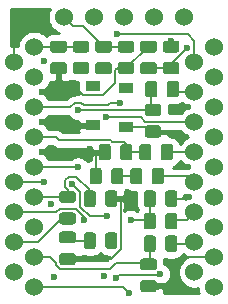
<source format=gbr>
G04 #@! TF.GenerationSoftware,KiCad,Pcbnew,5.1.5+dfsg1-2build2*
G04 #@! TF.CreationDate,2023-07-02T11:19:25+01:00*
G04 #@! TF.ProjectId,hd36106_replacement,68643336-3130-4365-9f72-65706c616365,rev?*
G04 #@! TF.SameCoordinates,Original*
G04 #@! TF.FileFunction,Copper,L4,Bot*
G04 #@! TF.FilePolarity,Positive*
%FSLAX46Y46*%
G04 Gerber Fmt 4.6, Leading zero omitted, Abs format (unit mm)*
G04 Created by KiCad (PCBNEW 5.1.5+dfsg1-2build2) date 2023-07-02 11:19:25*
%MOMM*%
%LPD*%
G04 APERTURE LIST*
%ADD10C,1.524000*%
%ADD11C,0.100000*%
%ADD12R,1.200000X0.900000*%
%ADD13C,0.600000*%
%ADD14C,0.200000*%
%ADD15C,0.254000*%
G04 APERTURE END LIST*
D10*
X119330000Y-88000000D03*
X119330000Y-90540000D03*
X119330000Y-93080000D03*
X119330000Y-95620000D03*
X119330000Y-98160000D03*
X119330000Y-100700000D03*
X119330000Y-103240000D03*
X119330000Y-105780000D03*
X134570000Y-105780000D03*
X134570000Y-103240000D03*
X134570000Y-100700000D03*
X134570000Y-98160000D03*
X134570000Y-95620000D03*
X134570000Y-93080000D03*
X134570000Y-90540000D03*
X134570000Y-88000000D03*
G04 #@! TA.AperFunction,SMDPad,CuDef*
D11*
G36*
X131538505Y-93365204D02*
G01*
X131562773Y-93368804D01*
X131586572Y-93374765D01*
X131609671Y-93383030D01*
X131631850Y-93393520D01*
X131652893Y-93406132D01*
X131672599Y-93420747D01*
X131690777Y-93437223D01*
X131707253Y-93455401D01*
X131721868Y-93475107D01*
X131734480Y-93496150D01*
X131744970Y-93518329D01*
X131753235Y-93541428D01*
X131759196Y-93565227D01*
X131762796Y-93589495D01*
X131764000Y-93613999D01*
X131764000Y-94139001D01*
X131762796Y-94163505D01*
X131759196Y-94187773D01*
X131753235Y-94211572D01*
X131744970Y-94234671D01*
X131734480Y-94256850D01*
X131721868Y-94277893D01*
X131707253Y-94297599D01*
X131690777Y-94315777D01*
X131672599Y-94332253D01*
X131652893Y-94346868D01*
X131631850Y-94359480D01*
X131609671Y-94369970D01*
X131586572Y-94378235D01*
X131562773Y-94384196D01*
X131538505Y-94387796D01*
X131514001Y-94389000D01*
X130613999Y-94389000D01*
X130589495Y-94387796D01*
X130565227Y-94384196D01*
X130541428Y-94378235D01*
X130518329Y-94369970D01*
X130496150Y-94359480D01*
X130475107Y-94346868D01*
X130455401Y-94332253D01*
X130437223Y-94315777D01*
X130420747Y-94297599D01*
X130406132Y-94277893D01*
X130393520Y-94256850D01*
X130383030Y-94234671D01*
X130374765Y-94211572D01*
X130368804Y-94187773D01*
X130365204Y-94163505D01*
X130364000Y-94139001D01*
X130364000Y-93613999D01*
X130365204Y-93589495D01*
X130368804Y-93565227D01*
X130374765Y-93541428D01*
X130383030Y-93518329D01*
X130393520Y-93496150D01*
X130406132Y-93475107D01*
X130420747Y-93455401D01*
X130437223Y-93437223D01*
X130455401Y-93420747D01*
X130475107Y-93406132D01*
X130496150Y-93393520D01*
X130518329Y-93383030D01*
X130541428Y-93374765D01*
X130565227Y-93368804D01*
X130589495Y-93365204D01*
X130613999Y-93364000D01*
X131514001Y-93364000D01*
X131538505Y-93365204D01*
G37*
G04 #@! TD.AperFunction*
G04 #@! TA.AperFunction,SMDPad,CuDef*
G36*
X131538505Y-91540204D02*
G01*
X131562773Y-91543804D01*
X131586572Y-91549765D01*
X131609671Y-91558030D01*
X131631850Y-91568520D01*
X131652893Y-91581132D01*
X131672599Y-91595747D01*
X131690777Y-91612223D01*
X131707253Y-91630401D01*
X131721868Y-91650107D01*
X131734480Y-91671150D01*
X131744970Y-91693329D01*
X131753235Y-91716428D01*
X131759196Y-91740227D01*
X131762796Y-91764495D01*
X131764000Y-91788999D01*
X131764000Y-92314001D01*
X131762796Y-92338505D01*
X131759196Y-92362773D01*
X131753235Y-92386572D01*
X131744970Y-92409671D01*
X131734480Y-92431850D01*
X131721868Y-92452893D01*
X131707253Y-92472599D01*
X131690777Y-92490777D01*
X131672599Y-92507253D01*
X131652893Y-92521868D01*
X131631850Y-92534480D01*
X131609671Y-92544970D01*
X131586572Y-92553235D01*
X131562773Y-92559196D01*
X131538505Y-92562796D01*
X131514001Y-92564000D01*
X130613999Y-92564000D01*
X130589495Y-92562796D01*
X130565227Y-92559196D01*
X130541428Y-92553235D01*
X130518329Y-92544970D01*
X130496150Y-92534480D01*
X130475107Y-92521868D01*
X130455401Y-92507253D01*
X130437223Y-92490777D01*
X130420747Y-92472599D01*
X130406132Y-92452893D01*
X130393520Y-92431850D01*
X130383030Y-92409671D01*
X130374765Y-92386572D01*
X130368804Y-92362773D01*
X130365204Y-92338505D01*
X130364000Y-92314001D01*
X130364000Y-91788999D01*
X130365204Y-91764495D01*
X130368804Y-91740227D01*
X130374765Y-91716428D01*
X130383030Y-91693329D01*
X130393520Y-91671150D01*
X130406132Y-91650107D01*
X130420747Y-91630401D01*
X130437223Y-91612223D01*
X130455401Y-91595747D01*
X130475107Y-91581132D01*
X130496150Y-91568520D01*
X130518329Y-91558030D01*
X130541428Y-91549765D01*
X130565227Y-91543804D01*
X130589495Y-91540204D01*
X130613999Y-91539000D01*
X131514001Y-91539000D01*
X131538505Y-91540204D01*
G37*
G04 #@! TD.AperFunction*
G04 #@! TA.AperFunction,SMDPad,CuDef*
G36*
X131200505Y-89598204D02*
G01*
X131224773Y-89601804D01*
X131248572Y-89607765D01*
X131271671Y-89616030D01*
X131293850Y-89626520D01*
X131314893Y-89639132D01*
X131334599Y-89653747D01*
X131352777Y-89670223D01*
X131369253Y-89688401D01*
X131383868Y-89708107D01*
X131396480Y-89729150D01*
X131406970Y-89751329D01*
X131415235Y-89774428D01*
X131421196Y-89798227D01*
X131424796Y-89822495D01*
X131426000Y-89846999D01*
X131426000Y-90747001D01*
X131424796Y-90771505D01*
X131421196Y-90795773D01*
X131415235Y-90819572D01*
X131406970Y-90842671D01*
X131396480Y-90864850D01*
X131383868Y-90885893D01*
X131369253Y-90905599D01*
X131352777Y-90923777D01*
X131334599Y-90940253D01*
X131314893Y-90954868D01*
X131293850Y-90967480D01*
X131271671Y-90977970D01*
X131248572Y-90986235D01*
X131224773Y-90992196D01*
X131200505Y-90995796D01*
X131176001Y-90997000D01*
X130650999Y-90997000D01*
X130626495Y-90995796D01*
X130602227Y-90992196D01*
X130578428Y-90986235D01*
X130555329Y-90977970D01*
X130533150Y-90967480D01*
X130512107Y-90954868D01*
X130492401Y-90940253D01*
X130474223Y-90923777D01*
X130457747Y-90905599D01*
X130443132Y-90885893D01*
X130430520Y-90864850D01*
X130420030Y-90842671D01*
X130411765Y-90819572D01*
X130405804Y-90795773D01*
X130402204Y-90771505D01*
X130401000Y-90747001D01*
X130401000Y-89846999D01*
X130402204Y-89822495D01*
X130405804Y-89798227D01*
X130411765Y-89774428D01*
X130420030Y-89751329D01*
X130430520Y-89729150D01*
X130443132Y-89708107D01*
X130457747Y-89688401D01*
X130474223Y-89670223D01*
X130492401Y-89653747D01*
X130512107Y-89639132D01*
X130533150Y-89626520D01*
X130555329Y-89616030D01*
X130578428Y-89607765D01*
X130602227Y-89601804D01*
X130626495Y-89598204D01*
X130650999Y-89597000D01*
X131176001Y-89597000D01*
X131200505Y-89598204D01*
G37*
G04 #@! TD.AperFunction*
G04 #@! TA.AperFunction,SMDPad,CuDef*
G36*
X133025505Y-89598204D02*
G01*
X133049773Y-89601804D01*
X133073572Y-89607765D01*
X133096671Y-89616030D01*
X133118850Y-89626520D01*
X133139893Y-89639132D01*
X133159599Y-89653747D01*
X133177777Y-89670223D01*
X133194253Y-89688401D01*
X133208868Y-89708107D01*
X133221480Y-89729150D01*
X133231970Y-89751329D01*
X133240235Y-89774428D01*
X133246196Y-89798227D01*
X133249796Y-89822495D01*
X133251000Y-89846999D01*
X133251000Y-90747001D01*
X133249796Y-90771505D01*
X133246196Y-90795773D01*
X133240235Y-90819572D01*
X133231970Y-90842671D01*
X133221480Y-90864850D01*
X133208868Y-90885893D01*
X133194253Y-90905599D01*
X133177777Y-90923777D01*
X133159599Y-90940253D01*
X133139893Y-90954868D01*
X133118850Y-90967480D01*
X133096671Y-90977970D01*
X133073572Y-90986235D01*
X133049773Y-90992196D01*
X133025505Y-90995796D01*
X133001001Y-90997000D01*
X132475999Y-90997000D01*
X132451495Y-90995796D01*
X132427227Y-90992196D01*
X132403428Y-90986235D01*
X132380329Y-90977970D01*
X132358150Y-90967480D01*
X132337107Y-90954868D01*
X132317401Y-90940253D01*
X132299223Y-90923777D01*
X132282747Y-90905599D01*
X132268132Y-90885893D01*
X132255520Y-90864850D01*
X132245030Y-90842671D01*
X132236765Y-90819572D01*
X132230804Y-90795773D01*
X132227204Y-90771505D01*
X132226000Y-90747001D01*
X132226000Y-89846999D01*
X132227204Y-89822495D01*
X132230804Y-89798227D01*
X132236765Y-89774428D01*
X132245030Y-89751329D01*
X132255520Y-89729150D01*
X132268132Y-89708107D01*
X132282747Y-89688401D01*
X132299223Y-89670223D01*
X132317401Y-89653747D01*
X132337107Y-89639132D01*
X132358150Y-89626520D01*
X132380329Y-89616030D01*
X132403428Y-89607765D01*
X132427227Y-89601804D01*
X132451495Y-89598204D01*
X132475999Y-89597000D01*
X133001001Y-89597000D01*
X133025505Y-89598204D01*
G37*
G04 #@! TD.AperFunction*
G04 #@! TA.AperFunction,SMDPad,CuDef*
G36*
X127263505Y-94932204D02*
G01*
X127287773Y-94935804D01*
X127311572Y-94941765D01*
X127334671Y-94950030D01*
X127356850Y-94960520D01*
X127377893Y-94973132D01*
X127397599Y-94987747D01*
X127415777Y-95004223D01*
X127432253Y-95022401D01*
X127446868Y-95042107D01*
X127459480Y-95063150D01*
X127469970Y-95085329D01*
X127478235Y-95108428D01*
X127484196Y-95132227D01*
X127487796Y-95156495D01*
X127489000Y-95180999D01*
X127489000Y-96081001D01*
X127487796Y-96105505D01*
X127484196Y-96129773D01*
X127478235Y-96153572D01*
X127469970Y-96176671D01*
X127459480Y-96198850D01*
X127446868Y-96219893D01*
X127432253Y-96239599D01*
X127415777Y-96257777D01*
X127397599Y-96274253D01*
X127377893Y-96288868D01*
X127356850Y-96301480D01*
X127334671Y-96311970D01*
X127311572Y-96320235D01*
X127287773Y-96326196D01*
X127263505Y-96329796D01*
X127239001Y-96331000D01*
X126713999Y-96331000D01*
X126689495Y-96329796D01*
X126665227Y-96326196D01*
X126641428Y-96320235D01*
X126618329Y-96311970D01*
X126596150Y-96301480D01*
X126575107Y-96288868D01*
X126555401Y-96274253D01*
X126537223Y-96257777D01*
X126520747Y-96239599D01*
X126506132Y-96219893D01*
X126493520Y-96198850D01*
X126483030Y-96176671D01*
X126474765Y-96153572D01*
X126468804Y-96129773D01*
X126465204Y-96105505D01*
X126464000Y-96081001D01*
X126464000Y-95180999D01*
X126465204Y-95156495D01*
X126468804Y-95132227D01*
X126474765Y-95108428D01*
X126483030Y-95085329D01*
X126493520Y-95063150D01*
X126506132Y-95042107D01*
X126520747Y-95022401D01*
X126537223Y-95004223D01*
X126555401Y-94987747D01*
X126575107Y-94973132D01*
X126596150Y-94960520D01*
X126618329Y-94950030D01*
X126641428Y-94941765D01*
X126665227Y-94935804D01*
X126689495Y-94932204D01*
X126713999Y-94931000D01*
X127239001Y-94931000D01*
X127263505Y-94932204D01*
G37*
G04 #@! TD.AperFunction*
G04 #@! TA.AperFunction,SMDPad,CuDef*
G36*
X129088505Y-94932204D02*
G01*
X129112773Y-94935804D01*
X129136572Y-94941765D01*
X129159671Y-94950030D01*
X129181850Y-94960520D01*
X129202893Y-94973132D01*
X129222599Y-94987747D01*
X129240777Y-95004223D01*
X129257253Y-95022401D01*
X129271868Y-95042107D01*
X129284480Y-95063150D01*
X129294970Y-95085329D01*
X129303235Y-95108428D01*
X129309196Y-95132227D01*
X129312796Y-95156495D01*
X129314000Y-95180999D01*
X129314000Y-96081001D01*
X129312796Y-96105505D01*
X129309196Y-96129773D01*
X129303235Y-96153572D01*
X129294970Y-96176671D01*
X129284480Y-96198850D01*
X129271868Y-96219893D01*
X129257253Y-96239599D01*
X129240777Y-96257777D01*
X129222599Y-96274253D01*
X129202893Y-96288868D01*
X129181850Y-96301480D01*
X129159671Y-96311970D01*
X129136572Y-96320235D01*
X129112773Y-96326196D01*
X129088505Y-96329796D01*
X129064001Y-96331000D01*
X128538999Y-96331000D01*
X128514495Y-96329796D01*
X128490227Y-96326196D01*
X128466428Y-96320235D01*
X128443329Y-96311970D01*
X128421150Y-96301480D01*
X128400107Y-96288868D01*
X128380401Y-96274253D01*
X128362223Y-96257777D01*
X128345747Y-96239599D01*
X128331132Y-96219893D01*
X128318520Y-96198850D01*
X128308030Y-96176671D01*
X128299765Y-96153572D01*
X128293804Y-96129773D01*
X128290204Y-96105505D01*
X128289000Y-96081001D01*
X128289000Y-95180999D01*
X128290204Y-95156495D01*
X128293804Y-95132227D01*
X128299765Y-95108428D01*
X128308030Y-95085329D01*
X128318520Y-95063150D01*
X128331132Y-95042107D01*
X128345747Y-95022401D01*
X128362223Y-95004223D01*
X128380401Y-94987747D01*
X128400107Y-94973132D01*
X128421150Y-94960520D01*
X128443329Y-94950030D01*
X128466428Y-94941765D01*
X128490227Y-94935804D01*
X128514495Y-94932204D01*
X128538999Y-94931000D01*
X129064001Y-94931000D01*
X129088505Y-94932204D01*
G37*
G04 #@! TD.AperFunction*
G04 #@! TA.AperFunction,SMDPad,CuDef*
G36*
X130692505Y-94932204D02*
G01*
X130716773Y-94935804D01*
X130740572Y-94941765D01*
X130763671Y-94950030D01*
X130785850Y-94960520D01*
X130806893Y-94973132D01*
X130826599Y-94987747D01*
X130844777Y-95004223D01*
X130861253Y-95022401D01*
X130875868Y-95042107D01*
X130888480Y-95063150D01*
X130898970Y-95085329D01*
X130907235Y-95108428D01*
X130913196Y-95132227D01*
X130916796Y-95156495D01*
X130918000Y-95180999D01*
X130918000Y-96081001D01*
X130916796Y-96105505D01*
X130913196Y-96129773D01*
X130907235Y-96153572D01*
X130898970Y-96176671D01*
X130888480Y-96198850D01*
X130875868Y-96219893D01*
X130861253Y-96239599D01*
X130844777Y-96257777D01*
X130826599Y-96274253D01*
X130806893Y-96288868D01*
X130785850Y-96301480D01*
X130763671Y-96311970D01*
X130740572Y-96320235D01*
X130716773Y-96326196D01*
X130692505Y-96329796D01*
X130668001Y-96331000D01*
X130142999Y-96331000D01*
X130118495Y-96329796D01*
X130094227Y-96326196D01*
X130070428Y-96320235D01*
X130047329Y-96311970D01*
X130025150Y-96301480D01*
X130004107Y-96288868D01*
X129984401Y-96274253D01*
X129966223Y-96257777D01*
X129949747Y-96239599D01*
X129935132Y-96219893D01*
X129922520Y-96198850D01*
X129912030Y-96176671D01*
X129903765Y-96153572D01*
X129897804Y-96129773D01*
X129894204Y-96105505D01*
X129893000Y-96081001D01*
X129893000Y-95180999D01*
X129894204Y-95156495D01*
X129897804Y-95132227D01*
X129903765Y-95108428D01*
X129912030Y-95085329D01*
X129922520Y-95063150D01*
X129935132Y-95042107D01*
X129949747Y-95022401D01*
X129966223Y-95004223D01*
X129984401Y-94987747D01*
X130004107Y-94973132D01*
X130025150Y-94960520D01*
X130047329Y-94950030D01*
X130070428Y-94941765D01*
X130094227Y-94935804D01*
X130118495Y-94932204D01*
X130142999Y-94931000D01*
X130668001Y-94931000D01*
X130692505Y-94932204D01*
G37*
G04 #@! TD.AperFunction*
G04 #@! TA.AperFunction,SMDPad,CuDef*
G36*
X132517505Y-94932204D02*
G01*
X132541773Y-94935804D01*
X132565572Y-94941765D01*
X132588671Y-94950030D01*
X132610850Y-94960520D01*
X132631893Y-94973132D01*
X132651599Y-94987747D01*
X132669777Y-95004223D01*
X132686253Y-95022401D01*
X132700868Y-95042107D01*
X132713480Y-95063150D01*
X132723970Y-95085329D01*
X132732235Y-95108428D01*
X132738196Y-95132227D01*
X132741796Y-95156495D01*
X132743000Y-95180999D01*
X132743000Y-96081001D01*
X132741796Y-96105505D01*
X132738196Y-96129773D01*
X132732235Y-96153572D01*
X132723970Y-96176671D01*
X132713480Y-96198850D01*
X132700868Y-96219893D01*
X132686253Y-96239599D01*
X132669777Y-96257777D01*
X132651599Y-96274253D01*
X132631893Y-96288868D01*
X132610850Y-96301480D01*
X132588671Y-96311970D01*
X132565572Y-96320235D01*
X132541773Y-96326196D01*
X132517505Y-96329796D01*
X132493001Y-96331000D01*
X131967999Y-96331000D01*
X131943495Y-96329796D01*
X131919227Y-96326196D01*
X131895428Y-96320235D01*
X131872329Y-96311970D01*
X131850150Y-96301480D01*
X131829107Y-96288868D01*
X131809401Y-96274253D01*
X131791223Y-96257777D01*
X131774747Y-96239599D01*
X131760132Y-96219893D01*
X131747520Y-96198850D01*
X131737030Y-96176671D01*
X131728765Y-96153572D01*
X131722804Y-96129773D01*
X131719204Y-96105505D01*
X131718000Y-96081001D01*
X131718000Y-95180999D01*
X131719204Y-95156495D01*
X131722804Y-95132227D01*
X131728765Y-95108428D01*
X131737030Y-95085329D01*
X131747520Y-95063150D01*
X131760132Y-95042107D01*
X131774747Y-95022401D01*
X131791223Y-95004223D01*
X131809401Y-94987747D01*
X131829107Y-94973132D01*
X131850150Y-94960520D01*
X131872329Y-94950030D01*
X131895428Y-94941765D01*
X131919227Y-94935804D01*
X131943495Y-94932204D01*
X131967999Y-94931000D01*
X132493001Y-94931000D01*
X132517505Y-94932204D01*
G37*
G04 #@! TD.AperFunction*
G04 #@! TA.AperFunction,SMDPad,CuDef*
G36*
X126501505Y-96964204D02*
G01*
X126525773Y-96967804D01*
X126549572Y-96973765D01*
X126572671Y-96982030D01*
X126594850Y-96992520D01*
X126615893Y-97005132D01*
X126635599Y-97019747D01*
X126653777Y-97036223D01*
X126670253Y-97054401D01*
X126684868Y-97074107D01*
X126697480Y-97095150D01*
X126707970Y-97117329D01*
X126716235Y-97140428D01*
X126722196Y-97164227D01*
X126725796Y-97188495D01*
X126727000Y-97212999D01*
X126727000Y-98113001D01*
X126725796Y-98137505D01*
X126722196Y-98161773D01*
X126716235Y-98185572D01*
X126707970Y-98208671D01*
X126697480Y-98230850D01*
X126684868Y-98251893D01*
X126670253Y-98271599D01*
X126653777Y-98289777D01*
X126635599Y-98306253D01*
X126615893Y-98320868D01*
X126594850Y-98333480D01*
X126572671Y-98343970D01*
X126549572Y-98352235D01*
X126525773Y-98358196D01*
X126501505Y-98361796D01*
X126477001Y-98363000D01*
X125951999Y-98363000D01*
X125927495Y-98361796D01*
X125903227Y-98358196D01*
X125879428Y-98352235D01*
X125856329Y-98343970D01*
X125834150Y-98333480D01*
X125813107Y-98320868D01*
X125793401Y-98306253D01*
X125775223Y-98289777D01*
X125758747Y-98271599D01*
X125744132Y-98251893D01*
X125731520Y-98230850D01*
X125721030Y-98208671D01*
X125712765Y-98185572D01*
X125706804Y-98161773D01*
X125703204Y-98137505D01*
X125702000Y-98113001D01*
X125702000Y-97212999D01*
X125703204Y-97188495D01*
X125706804Y-97164227D01*
X125712765Y-97140428D01*
X125721030Y-97117329D01*
X125731520Y-97095150D01*
X125744132Y-97074107D01*
X125758747Y-97054401D01*
X125775223Y-97036223D01*
X125793401Y-97019747D01*
X125813107Y-97005132D01*
X125834150Y-96992520D01*
X125856329Y-96982030D01*
X125879428Y-96973765D01*
X125903227Y-96967804D01*
X125927495Y-96964204D01*
X125951999Y-96963000D01*
X126477001Y-96963000D01*
X126501505Y-96964204D01*
G37*
G04 #@! TD.AperFunction*
G04 #@! TA.AperFunction,SMDPad,CuDef*
G36*
X128326505Y-96964204D02*
G01*
X128350773Y-96967804D01*
X128374572Y-96973765D01*
X128397671Y-96982030D01*
X128419850Y-96992520D01*
X128440893Y-97005132D01*
X128460599Y-97019747D01*
X128478777Y-97036223D01*
X128495253Y-97054401D01*
X128509868Y-97074107D01*
X128522480Y-97095150D01*
X128532970Y-97117329D01*
X128541235Y-97140428D01*
X128547196Y-97164227D01*
X128550796Y-97188495D01*
X128552000Y-97212999D01*
X128552000Y-98113001D01*
X128550796Y-98137505D01*
X128547196Y-98161773D01*
X128541235Y-98185572D01*
X128532970Y-98208671D01*
X128522480Y-98230850D01*
X128509868Y-98251893D01*
X128495253Y-98271599D01*
X128478777Y-98289777D01*
X128460599Y-98306253D01*
X128440893Y-98320868D01*
X128419850Y-98333480D01*
X128397671Y-98343970D01*
X128374572Y-98352235D01*
X128350773Y-98358196D01*
X128326505Y-98361796D01*
X128302001Y-98363000D01*
X127776999Y-98363000D01*
X127752495Y-98361796D01*
X127728227Y-98358196D01*
X127704428Y-98352235D01*
X127681329Y-98343970D01*
X127659150Y-98333480D01*
X127638107Y-98320868D01*
X127618401Y-98306253D01*
X127600223Y-98289777D01*
X127583747Y-98271599D01*
X127569132Y-98251893D01*
X127556520Y-98230850D01*
X127546030Y-98208671D01*
X127537765Y-98185572D01*
X127531804Y-98161773D01*
X127528204Y-98137505D01*
X127527000Y-98113001D01*
X127527000Y-97212999D01*
X127528204Y-97188495D01*
X127531804Y-97164227D01*
X127537765Y-97140428D01*
X127546030Y-97117329D01*
X127556520Y-97095150D01*
X127569132Y-97074107D01*
X127583747Y-97054401D01*
X127600223Y-97036223D01*
X127618401Y-97019747D01*
X127638107Y-97005132D01*
X127659150Y-96992520D01*
X127681329Y-96982030D01*
X127704428Y-96973765D01*
X127728227Y-96967804D01*
X127752495Y-96964204D01*
X127776999Y-96963000D01*
X128302001Y-96963000D01*
X128326505Y-96964204D01*
G37*
G04 #@! TD.AperFunction*
G04 #@! TA.AperFunction,SMDPad,CuDef*
G36*
X129930505Y-96964204D02*
G01*
X129954773Y-96967804D01*
X129978572Y-96973765D01*
X130001671Y-96982030D01*
X130023850Y-96992520D01*
X130044893Y-97005132D01*
X130064599Y-97019747D01*
X130082777Y-97036223D01*
X130099253Y-97054401D01*
X130113868Y-97074107D01*
X130126480Y-97095150D01*
X130136970Y-97117329D01*
X130145235Y-97140428D01*
X130151196Y-97164227D01*
X130154796Y-97188495D01*
X130156000Y-97212999D01*
X130156000Y-98113001D01*
X130154796Y-98137505D01*
X130151196Y-98161773D01*
X130145235Y-98185572D01*
X130136970Y-98208671D01*
X130126480Y-98230850D01*
X130113868Y-98251893D01*
X130099253Y-98271599D01*
X130082777Y-98289777D01*
X130064599Y-98306253D01*
X130044893Y-98320868D01*
X130023850Y-98333480D01*
X130001671Y-98343970D01*
X129978572Y-98352235D01*
X129954773Y-98358196D01*
X129930505Y-98361796D01*
X129906001Y-98363000D01*
X129380999Y-98363000D01*
X129356495Y-98361796D01*
X129332227Y-98358196D01*
X129308428Y-98352235D01*
X129285329Y-98343970D01*
X129263150Y-98333480D01*
X129242107Y-98320868D01*
X129222401Y-98306253D01*
X129204223Y-98289777D01*
X129187747Y-98271599D01*
X129173132Y-98251893D01*
X129160520Y-98230850D01*
X129150030Y-98208671D01*
X129141765Y-98185572D01*
X129135804Y-98161773D01*
X129132204Y-98137505D01*
X129131000Y-98113001D01*
X129131000Y-97212999D01*
X129132204Y-97188495D01*
X129135804Y-97164227D01*
X129141765Y-97140428D01*
X129150030Y-97117329D01*
X129160520Y-97095150D01*
X129173132Y-97074107D01*
X129187747Y-97054401D01*
X129204223Y-97036223D01*
X129222401Y-97019747D01*
X129242107Y-97005132D01*
X129263150Y-96992520D01*
X129285329Y-96982030D01*
X129308428Y-96973765D01*
X129332227Y-96967804D01*
X129356495Y-96964204D01*
X129380999Y-96963000D01*
X129906001Y-96963000D01*
X129930505Y-96964204D01*
G37*
G04 #@! TD.AperFunction*
G04 #@! TA.AperFunction,SMDPad,CuDef*
G36*
X131755505Y-96964204D02*
G01*
X131779773Y-96967804D01*
X131803572Y-96973765D01*
X131826671Y-96982030D01*
X131848850Y-96992520D01*
X131869893Y-97005132D01*
X131889599Y-97019747D01*
X131907777Y-97036223D01*
X131924253Y-97054401D01*
X131938868Y-97074107D01*
X131951480Y-97095150D01*
X131961970Y-97117329D01*
X131970235Y-97140428D01*
X131976196Y-97164227D01*
X131979796Y-97188495D01*
X131981000Y-97212999D01*
X131981000Y-98113001D01*
X131979796Y-98137505D01*
X131976196Y-98161773D01*
X131970235Y-98185572D01*
X131961970Y-98208671D01*
X131951480Y-98230850D01*
X131938868Y-98251893D01*
X131924253Y-98271599D01*
X131907777Y-98289777D01*
X131889599Y-98306253D01*
X131869893Y-98320868D01*
X131848850Y-98333480D01*
X131826671Y-98343970D01*
X131803572Y-98352235D01*
X131779773Y-98358196D01*
X131755505Y-98361796D01*
X131731001Y-98363000D01*
X131205999Y-98363000D01*
X131181495Y-98361796D01*
X131157227Y-98358196D01*
X131133428Y-98352235D01*
X131110329Y-98343970D01*
X131088150Y-98333480D01*
X131067107Y-98320868D01*
X131047401Y-98306253D01*
X131029223Y-98289777D01*
X131012747Y-98271599D01*
X130998132Y-98251893D01*
X130985520Y-98230850D01*
X130975030Y-98208671D01*
X130966765Y-98185572D01*
X130960804Y-98161773D01*
X130957204Y-98137505D01*
X130956000Y-98113001D01*
X130956000Y-97212999D01*
X130957204Y-97188495D01*
X130960804Y-97164227D01*
X130966765Y-97140428D01*
X130975030Y-97117329D01*
X130985520Y-97095150D01*
X130998132Y-97074107D01*
X131012747Y-97054401D01*
X131029223Y-97036223D01*
X131047401Y-97019747D01*
X131067107Y-97005132D01*
X131088150Y-96992520D01*
X131110329Y-96982030D01*
X131133428Y-96973765D01*
X131157227Y-96967804D01*
X131181495Y-96964204D01*
X131205999Y-96963000D01*
X131731001Y-96963000D01*
X131755505Y-96964204D01*
G37*
G04 #@! TD.AperFunction*
G04 #@! TA.AperFunction,SMDPad,CuDef*
G36*
X132898505Y-98869204D02*
G01*
X132922773Y-98872804D01*
X132946572Y-98878765D01*
X132969671Y-98887030D01*
X132991850Y-98897520D01*
X133012893Y-98910132D01*
X133032599Y-98924747D01*
X133050777Y-98941223D01*
X133067253Y-98959401D01*
X133081868Y-98979107D01*
X133094480Y-99000150D01*
X133104970Y-99022329D01*
X133113235Y-99045428D01*
X133119196Y-99069227D01*
X133122796Y-99093495D01*
X133124000Y-99117999D01*
X133124000Y-100018001D01*
X133122796Y-100042505D01*
X133119196Y-100066773D01*
X133113235Y-100090572D01*
X133104970Y-100113671D01*
X133094480Y-100135850D01*
X133081868Y-100156893D01*
X133067253Y-100176599D01*
X133050777Y-100194777D01*
X133032599Y-100211253D01*
X133012893Y-100225868D01*
X132991850Y-100238480D01*
X132969671Y-100248970D01*
X132946572Y-100257235D01*
X132922773Y-100263196D01*
X132898505Y-100266796D01*
X132874001Y-100268000D01*
X132348999Y-100268000D01*
X132324495Y-100266796D01*
X132300227Y-100263196D01*
X132276428Y-100257235D01*
X132253329Y-100248970D01*
X132231150Y-100238480D01*
X132210107Y-100225868D01*
X132190401Y-100211253D01*
X132172223Y-100194777D01*
X132155747Y-100176599D01*
X132141132Y-100156893D01*
X132128520Y-100135850D01*
X132118030Y-100113671D01*
X132109765Y-100090572D01*
X132103804Y-100066773D01*
X132100204Y-100042505D01*
X132099000Y-100018001D01*
X132099000Y-99117999D01*
X132100204Y-99093495D01*
X132103804Y-99069227D01*
X132109765Y-99045428D01*
X132118030Y-99022329D01*
X132128520Y-99000150D01*
X132141132Y-98979107D01*
X132155747Y-98959401D01*
X132172223Y-98941223D01*
X132190401Y-98924747D01*
X132210107Y-98910132D01*
X132231150Y-98897520D01*
X132253329Y-98887030D01*
X132276428Y-98878765D01*
X132300227Y-98872804D01*
X132324495Y-98869204D01*
X132348999Y-98868000D01*
X132874001Y-98868000D01*
X132898505Y-98869204D01*
G37*
G04 #@! TD.AperFunction*
G04 #@! TA.AperFunction,SMDPad,CuDef*
G36*
X131073505Y-98869204D02*
G01*
X131097773Y-98872804D01*
X131121572Y-98878765D01*
X131144671Y-98887030D01*
X131166850Y-98897520D01*
X131187893Y-98910132D01*
X131207599Y-98924747D01*
X131225777Y-98941223D01*
X131242253Y-98959401D01*
X131256868Y-98979107D01*
X131269480Y-99000150D01*
X131279970Y-99022329D01*
X131288235Y-99045428D01*
X131294196Y-99069227D01*
X131297796Y-99093495D01*
X131299000Y-99117999D01*
X131299000Y-100018001D01*
X131297796Y-100042505D01*
X131294196Y-100066773D01*
X131288235Y-100090572D01*
X131279970Y-100113671D01*
X131269480Y-100135850D01*
X131256868Y-100156893D01*
X131242253Y-100176599D01*
X131225777Y-100194777D01*
X131207599Y-100211253D01*
X131187893Y-100225868D01*
X131166850Y-100238480D01*
X131144671Y-100248970D01*
X131121572Y-100257235D01*
X131097773Y-100263196D01*
X131073505Y-100266796D01*
X131049001Y-100268000D01*
X130523999Y-100268000D01*
X130499495Y-100266796D01*
X130475227Y-100263196D01*
X130451428Y-100257235D01*
X130428329Y-100248970D01*
X130406150Y-100238480D01*
X130385107Y-100225868D01*
X130365401Y-100211253D01*
X130347223Y-100194777D01*
X130330747Y-100176599D01*
X130316132Y-100156893D01*
X130303520Y-100135850D01*
X130293030Y-100113671D01*
X130284765Y-100090572D01*
X130278804Y-100066773D01*
X130275204Y-100042505D01*
X130274000Y-100018001D01*
X130274000Y-99117999D01*
X130275204Y-99093495D01*
X130278804Y-99069227D01*
X130284765Y-99045428D01*
X130293030Y-99022329D01*
X130303520Y-99000150D01*
X130316132Y-98979107D01*
X130330747Y-98959401D01*
X130347223Y-98941223D01*
X130365401Y-98924747D01*
X130385107Y-98910132D01*
X130406150Y-98897520D01*
X130428329Y-98887030D01*
X130451428Y-98878765D01*
X130475227Y-98872804D01*
X130499495Y-98869204D01*
X130523999Y-98868000D01*
X131049001Y-98868000D01*
X131073505Y-98869204D01*
G37*
G04 #@! TD.AperFunction*
G04 #@! TA.AperFunction,SMDPad,CuDef*
G36*
X131073505Y-100774204D02*
G01*
X131097773Y-100777804D01*
X131121572Y-100783765D01*
X131144671Y-100792030D01*
X131166850Y-100802520D01*
X131187893Y-100815132D01*
X131207599Y-100829747D01*
X131225777Y-100846223D01*
X131242253Y-100864401D01*
X131256868Y-100884107D01*
X131269480Y-100905150D01*
X131279970Y-100927329D01*
X131288235Y-100950428D01*
X131294196Y-100974227D01*
X131297796Y-100998495D01*
X131299000Y-101022999D01*
X131299000Y-101923001D01*
X131297796Y-101947505D01*
X131294196Y-101971773D01*
X131288235Y-101995572D01*
X131279970Y-102018671D01*
X131269480Y-102040850D01*
X131256868Y-102061893D01*
X131242253Y-102081599D01*
X131225777Y-102099777D01*
X131207599Y-102116253D01*
X131187893Y-102130868D01*
X131166850Y-102143480D01*
X131144671Y-102153970D01*
X131121572Y-102162235D01*
X131097773Y-102168196D01*
X131073505Y-102171796D01*
X131049001Y-102173000D01*
X130523999Y-102173000D01*
X130499495Y-102171796D01*
X130475227Y-102168196D01*
X130451428Y-102162235D01*
X130428329Y-102153970D01*
X130406150Y-102143480D01*
X130385107Y-102130868D01*
X130365401Y-102116253D01*
X130347223Y-102099777D01*
X130330747Y-102081599D01*
X130316132Y-102061893D01*
X130303520Y-102040850D01*
X130293030Y-102018671D01*
X130284765Y-101995572D01*
X130278804Y-101971773D01*
X130275204Y-101947505D01*
X130274000Y-101923001D01*
X130274000Y-101022999D01*
X130275204Y-100998495D01*
X130278804Y-100974227D01*
X130284765Y-100950428D01*
X130293030Y-100927329D01*
X130303520Y-100905150D01*
X130316132Y-100884107D01*
X130330747Y-100864401D01*
X130347223Y-100846223D01*
X130365401Y-100829747D01*
X130385107Y-100815132D01*
X130406150Y-100802520D01*
X130428329Y-100792030D01*
X130451428Y-100783765D01*
X130475227Y-100777804D01*
X130499495Y-100774204D01*
X130523999Y-100773000D01*
X131049001Y-100773000D01*
X131073505Y-100774204D01*
G37*
G04 #@! TD.AperFunction*
G04 #@! TA.AperFunction,SMDPad,CuDef*
G36*
X132898505Y-100774204D02*
G01*
X132922773Y-100777804D01*
X132946572Y-100783765D01*
X132969671Y-100792030D01*
X132991850Y-100802520D01*
X133012893Y-100815132D01*
X133032599Y-100829747D01*
X133050777Y-100846223D01*
X133067253Y-100864401D01*
X133081868Y-100884107D01*
X133094480Y-100905150D01*
X133104970Y-100927329D01*
X133113235Y-100950428D01*
X133119196Y-100974227D01*
X133122796Y-100998495D01*
X133124000Y-101022999D01*
X133124000Y-101923001D01*
X133122796Y-101947505D01*
X133119196Y-101971773D01*
X133113235Y-101995572D01*
X133104970Y-102018671D01*
X133094480Y-102040850D01*
X133081868Y-102061893D01*
X133067253Y-102081599D01*
X133050777Y-102099777D01*
X133032599Y-102116253D01*
X133012893Y-102130868D01*
X132991850Y-102143480D01*
X132969671Y-102153970D01*
X132946572Y-102162235D01*
X132922773Y-102168196D01*
X132898505Y-102171796D01*
X132874001Y-102173000D01*
X132348999Y-102173000D01*
X132324495Y-102171796D01*
X132300227Y-102168196D01*
X132276428Y-102162235D01*
X132253329Y-102153970D01*
X132231150Y-102143480D01*
X132210107Y-102130868D01*
X132190401Y-102116253D01*
X132172223Y-102099777D01*
X132155747Y-102081599D01*
X132141132Y-102061893D01*
X132128520Y-102040850D01*
X132118030Y-102018671D01*
X132109765Y-101995572D01*
X132103804Y-101971773D01*
X132100204Y-101947505D01*
X132099000Y-101923001D01*
X132099000Y-101022999D01*
X132100204Y-100998495D01*
X132103804Y-100974227D01*
X132109765Y-100950428D01*
X132118030Y-100927329D01*
X132128520Y-100905150D01*
X132141132Y-100884107D01*
X132155747Y-100864401D01*
X132172223Y-100846223D01*
X132190401Y-100829747D01*
X132210107Y-100815132D01*
X132231150Y-100802520D01*
X132253329Y-100792030D01*
X132276428Y-100783765D01*
X132300227Y-100777804D01*
X132324495Y-100774204D01*
X132348999Y-100773000D01*
X132874001Y-100773000D01*
X132898505Y-100774204D01*
G37*
G04 #@! TD.AperFunction*
G04 #@! TA.AperFunction,SMDPad,CuDef*
G36*
X131157505Y-106446204D02*
G01*
X131181773Y-106449804D01*
X131205572Y-106455765D01*
X131228671Y-106464030D01*
X131250850Y-106474520D01*
X131271893Y-106487132D01*
X131291599Y-106501747D01*
X131309777Y-106518223D01*
X131326253Y-106536401D01*
X131340868Y-106556107D01*
X131353480Y-106577150D01*
X131363970Y-106599329D01*
X131372235Y-106622428D01*
X131378196Y-106646227D01*
X131381796Y-106670495D01*
X131383000Y-106694999D01*
X131383000Y-107220001D01*
X131381796Y-107244505D01*
X131378196Y-107268773D01*
X131372235Y-107292572D01*
X131363970Y-107315671D01*
X131353480Y-107337850D01*
X131340868Y-107358893D01*
X131326253Y-107378599D01*
X131309777Y-107396777D01*
X131291599Y-107413253D01*
X131271893Y-107427868D01*
X131250850Y-107440480D01*
X131228671Y-107450970D01*
X131205572Y-107459235D01*
X131181773Y-107465196D01*
X131157505Y-107468796D01*
X131133001Y-107470000D01*
X130232999Y-107470000D01*
X130208495Y-107468796D01*
X130184227Y-107465196D01*
X130160428Y-107459235D01*
X130137329Y-107450970D01*
X130115150Y-107440480D01*
X130094107Y-107427868D01*
X130074401Y-107413253D01*
X130056223Y-107396777D01*
X130039747Y-107378599D01*
X130025132Y-107358893D01*
X130012520Y-107337850D01*
X130002030Y-107315671D01*
X129993765Y-107292572D01*
X129987804Y-107268773D01*
X129984204Y-107244505D01*
X129983000Y-107220001D01*
X129983000Y-106694999D01*
X129984204Y-106670495D01*
X129987804Y-106646227D01*
X129993765Y-106622428D01*
X130002030Y-106599329D01*
X130012520Y-106577150D01*
X130025132Y-106556107D01*
X130039747Y-106536401D01*
X130056223Y-106518223D01*
X130074401Y-106501747D01*
X130094107Y-106487132D01*
X130115150Y-106474520D01*
X130137329Y-106464030D01*
X130160428Y-106455765D01*
X130184227Y-106449804D01*
X130208495Y-106446204D01*
X130232999Y-106445000D01*
X131133001Y-106445000D01*
X131157505Y-106446204D01*
G37*
G04 #@! TD.AperFunction*
G04 #@! TA.AperFunction,SMDPad,CuDef*
G36*
X131157505Y-104621204D02*
G01*
X131181773Y-104624804D01*
X131205572Y-104630765D01*
X131228671Y-104639030D01*
X131250850Y-104649520D01*
X131271893Y-104662132D01*
X131291599Y-104676747D01*
X131309777Y-104693223D01*
X131326253Y-104711401D01*
X131340868Y-104731107D01*
X131353480Y-104752150D01*
X131363970Y-104774329D01*
X131372235Y-104797428D01*
X131378196Y-104821227D01*
X131381796Y-104845495D01*
X131383000Y-104869999D01*
X131383000Y-105395001D01*
X131381796Y-105419505D01*
X131378196Y-105443773D01*
X131372235Y-105467572D01*
X131363970Y-105490671D01*
X131353480Y-105512850D01*
X131340868Y-105533893D01*
X131326253Y-105553599D01*
X131309777Y-105571777D01*
X131291599Y-105588253D01*
X131271893Y-105602868D01*
X131250850Y-105615480D01*
X131228671Y-105625970D01*
X131205572Y-105634235D01*
X131181773Y-105640196D01*
X131157505Y-105643796D01*
X131133001Y-105645000D01*
X130232999Y-105645000D01*
X130208495Y-105643796D01*
X130184227Y-105640196D01*
X130160428Y-105634235D01*
X130137329Y-105625970D01*
X130115150Y-105615480D01*
X130094107Y-105602868D01*
X130074401Y-105588253D01*
X130056223Y-105571777D01*
X130039747Y-105553599D01*
X130025132Y-105533893D01*
X130012520Y-105512850D01*
X130002030Y-105490671D01*
X129993765Y-105467572D01*
X129987804Y-105443773D01*
X129984204Y-105419505D01*
X129983000Y-105395001D01*
X129983000Y-104869999D01*
X129984204Y-104845495D01*
X129987804Y-104821227D01*
X129993765Y-104797428D01*
X130002030Y-104774329D01*
X130012520Y-104752150D01*
X130025132Y-104731107D01*
X130039747Y-104711401D01*
X130056223Y-104693223D01*
X130074401Y-104676747D01*
X130094107Y-104662132D01*
X130115150Y-104649520D01*
X130137329Y-104639030D01*
X130160428Y-104630765D01*
X130184227Y-104624804D01*
X130208495Y-104621204D01*
X130232999Y-104620000D01*
X131133001Y-104620000D01*
X131157505Y-104621204D01*
G37*
G04 #@! TD.AperFunction*
G04 #@! TA.AperFunction,SMDPad,CuDef*
G36*
X131073505Y-102679204D02*
G01*
X131097773Y-102682804D01*
X131121572Y-102688765D01*
X131144671Y-102697030D01*
X131166850Y-102707520D01*
X131187893Y-102720132D01*
X131207599Y-102734747D01*
X131225777Y-102751223D01*
X131242253Y-102769401D01*
X131256868Y-102789107D01*
X131269480Y-102810150D01*
X131279970Y-102832329D01*
X131288235Y-102855428D01*
X131294196Y-102879227D01*
X131297796Y-102903495D01*
X131299000Y-102927999D01*
X131299000Y-103828001D01*
X131297796Y-103852505D01*
X131294196Y-103876773D01*
X131288235Y-103900572D01*
X131279970Y-103923671D01*
X131269480Y-103945850D01*
X131256868Y-103966893D01*
X131242253Y-103986599D01*
X131225777Y-104004777D01*
X131207599Y-104021253D01*
X131187893Y-104035868D01*
X131166850Y-104048480D01*
X131144671Y-104058970D01*
X131121572Y-104067235D01*
X131097773Y-104073196D01*
X131073505Y-104076796D01*
X131049001Y-104078000D01*
X130523999Y-104078000D01*
X130499495Y-104076796D01*
X130475227Y-104073196D01*
X130451428Y-104067235D01*
X130428329Y-104058970D01*
X130406150Y-104048480D01*
X130385107Y-104035868D01*
X130365401Y-104021253D01*
X130347223Y-104004777D01*
X130330747Y-103986599D01*
X130316132Y-103966893D01*
X130303520Y-103945850D01*
X130293030Y-103923671D01*
X130284765Y-103900572D01*
X130278804Y-103876773D01*
X130275204Y-103852505D01*
X130274000Y-103828001D01*
X130274000Y-102927999D01*
X130275204Y-102903495D01*
X130278804Y-102879227D01*
X130284765Y-102855428D01*
X130293030Y-102832329D01*
X130303520Y-102810150D01*
X130316132Y-102789107D01*
X130330747Y-102769401D01*
X130347223Y-102751223D01*
X130365401Y-102734747D01*
X130385107Y-102720132D01*
X130406150Y-102707520D01*
X130428329Y-102697030D01*
X130451428Y-102688765D01*
X130475227Y-102682804D01*
X130499495Y-102679204D01*
X130523999Y-102678000D01*
X131049001Y-102678000D01*
X131073505Y-102679204D01*
G37*
G04 #@! TD.AperFunction*
G04 #@! TA.AperFunction,SMDPad,CuDef*
G36*
X132898505Y-102679204D02*
G01*
X132922773Y-102682804D01*
X132946572Y-102688765D01*
X132969671Y-102697030D01*
X132991850Y-102707520D01*
X133012893Y-102720132D01*
X133032599Y-102734747D01*
X133050777Y-102751223D01*
X133067253Y-102769401D01*
X133081868Y-102789107D01*
X133094480Y-102810150D01*
X133104970Y-102832329D01*
X133113235Y-102855428D01*
X133119196Y-102879227D01*
X133122796Y-102903495D01*
X133124000Y-102927999D01*
X133124000Y-103828001D01*
X133122796Y-103852505D01*
X133119196Y-103876773D01*
X133113235Y-103900572D01*
X133104970Y-103923671D01*
X133094480Y-103945850D01*
X133081868Y-103966893D01*
X133067253Y-103986599D01*
X133050777Y-104004777D01*
X133032599Y-104021253D01*
X133012893Y-104035868D01*
X132991850Y-104048480D01*
X132969671Y-104058970D01*
X132946572Y-104067235D01*
X132922773Y-104073196D01*
X132898505Y-104076796D01*
X132874001Y-104078000D01*
X132348999Y-104078000D01*
X132324495Y-104076796D01*
X132300227Y-104073196D01*
X132276428Y-104067235D01*
X132253329Y-104058970D01*
X132231150Y-104048480D01*
X132210107Y-104035868D01*
X132190401Y-104021253D01*
X132172223Y-104004777D01*
X132155747Y-103986599D01*
X132141132Y-103966893D01*
X132128520Y-103945850D01*
X132118030Y-103923671D01*
X132109765Y-103900572D01*
X132103804Y-103876773D01*
X132100204Y-103852505D01*
X132099000Y-103828001D01*
X132099000Y-102927999D01*
X132100204Y-102903495D01*
X132103804Y-102879227D01*
X132109765Y-102855428D01*
X132118030Y-102832329D01*
X132128520Y-102810150D01*
X132141132Y-102789107D01*
X132155747Y-102769401D01*
X132172223Y-102751223D01*
X132190401Y-102734747D01*
X132210107Y-102720132D01*
X132231150Y-102707520D01*
X132253329Y-102697030D01*
X132276428Y-102688765D01*
X132300227Y-102682804D01*
X132324495Y-102679204D01*
X132348999Y-102678000D01*
X132874001Y-102678000D01*
X132898505Y-102679204D01*
G37*
G04 #@! TD.AperFunction*
D12*
X125984000Y-93344000D03*
X125984000Y-90044000D03*
X128778000Y-93471000D03*
X128778000Y-90171000D03*
D10*
X121000000Y-107070000D03*
X121000000Y-104530000D03*
X121000000Y-101990000D03*
X121000000Y-99450000D03*
X121000000Y-96910000D03*
X121000000Y-94370000D03*
X121000000Y-91830000D03*
X121000000Y-89290000D03*
X121000000Y-86750000D03*
X123540000Y-84210000D03*
X126080000Y-84210000D03*
X128620000Y-84210000D03*
X131160000Y-84210000D03*
X133700000Y-84210000D03*
X136240000Y-86750000D03*
X136240000Y-89290000D03*
X136240000Y-91830000D03*
X136240000Y-94370000D03*
X136240000Y-96910000D03*
X136240000Y-99450000D03*
X136240000Y-101990000D03*
X136240000Y-104530000D03*
X136240000Y-107070000D03*
G04 #@! TA.AperFunction,SMDPad,CuDef*
D11*
G36*
X131157505Y-86176204D02*
G01*
X131181773Y-86179804D01*
X131205572Y-86185765D01*
X131228671Y-86194030D01*
X131250850Y-86204520D01*
X131271893Y-86217132D01*
X131291599Y-86231747D01*
X131309777Y-86248223D01*
X131326253Y-86266401D01*
X131340868Y-86286107D01*
X131353480Y-86307150D01*
X131363970Y-86329329D01*
X131372235Y-86352428D01*
X131378196Y-86376227D01*
X131381796Y-86400495D01*
X131383000Y-86424999D01*
X131383000Y-86950001D01*
X131381796Y-86974505D01*
X131378196Y-86998773D01*
X131372235Y-87022572D01*
X131363970Y-87045671D01*
X131353480Y-87067850D01*
X131340868Y-87088893D01*
X131326253Y-87108599D01*
X131309777Y-87126777D01*
X131291599Y-87143253D01*
X131271893Y-87157868D01*
X131250850Y-87170480D01*
X131228671Y-87180970D01*
X131205572Y-87189235D01*
X131181773Y-87195196D01*
X131157505Y-87198796D01*
X131133001Y-87200000D01*
X130232999Y-87200000D01*
X130208495Y-87198796D01*
X130184227Y-87195196D01*
X130160428Y-87189235D01*
X130137329Y-87180970D01*
X130115150Y-87170480D01*
X130094107Y-87157868D01*
X130074401Y-87143253D01*
X130056223Y-87126777D01*
X130039747Y-87108599D01*
X130025132Y-87088893D01*
X130012520Y-87067850D01*
X130002030Y-87045671D01*
X129993765Y-87022572D01*
X129987804Y-86998773D01*
X129984204Y-86974505D01*
X129983000Y-86950001D01*
X129983000Y-86424999D01*
X129984204Y-86400495D01*
X129987804Y-86376227D01*
X129993765Y-86352428D01*
X130002030Y-86329329D01*
X130012520Y-86307150D01*
X130025132Y-86286107D01*
X130039747Y-86266401D01*
X130056223Y-86248223D01*
X130074401Y-86231747D01*
X130094107Y-86217132D01*
X130115150Y-86204520D01*
X130137329Y-86194030D01*
X130160428Y-86185765D01*
X130184227Y-86179804D01*
X130208495Y-86176204D01*
X130232999Y-86175000D01*
X131133001Y-86175000D01*
X131157505Y-86176204D01*
G37*
G04 #@! TD.AperFunction*
G04 #@! TA.AperFunction,SMDPad,CuDef*
G36*
X131157505Y-88001204D02*
G01*
X131181773Y-88004804D01*
X131205572Y-88010765D01*
X131228671Y-88019030D01*
X131250850Y-88029520D01*
X131271893Y-88042132D01*
X131291599Y-88056747D01*
X131309777Y-88073223D01*
X131326253Y-88091401D01*
X131340868Y-88111107D01*
X131353480Y-88132150D01*
X131363970Y-88154329D01*
X131372235Y-88177428D01*
X131378196Y-88201227D01*
X131381796Y-88225495D01*
X131383000Y-88249999D01*
X131383000Y-88775001D01*
X131381796Y-88799505D01*
X131378196Y-88823773D01*
X131372235Y-88847572D01*
X131363970Y-88870671D01*
X131353480Y-88892850D01*
X131340868Y-88913893D01*
X131326253Y-88933599D01*
X131309777Y-88951777D01*
X131291599Y-88968253D01*
X131271893Y-88982868D01*
X131250850Y-88995480D01*
X131228671Y-89005970D01*
X131205572Y-89014235D01*
X131181773Y-89020196D01*
X131157505Y-89023796D01*
X131133001Y-89025000D01*
X130232999Y-89025000D01*
X130208495Y-89023796D01*
X130184227Y-89020196D01*
X130160428Y-89014235D01*
X130137329Y-89005970D01*
X130115150Y-88995480D01*
X130094107Y-88982868D01*
X130074401Y-88968253D01*
X130056223Y-88951777D01*
X130039747Y-88933599D01*
X130025132Y-88913893D01*
X130012520Y-88892850D01*
X130002030Y-88870671D01*
X129993765Y-88847572D01*
X129987804Y-88823773D01*
X129984204Y-88799505D01*
X129983000Y-88775001D01*
X129983000Y-88249999D01*
X129984204Y-88225495D01*
X129987804Y-88201227D01*
X129993765Y-88177428D01*
X130002030Y-88154329D01*
X130012520Y-88132150D01*
X130025132Y-88111107D01*
X130039747Y-88091401D01*
X130056223Y-88073223D01*
X130074401Y-88056747D01*
X130094107Y-88042132D01*
X130115150Y-88029520D01*
X130137329Y-88019030D01*
X130160428Y-88010765D01*
X130184227Y-88004804D01*
X130208495Y-88001204D01*
X130232999Y-88000000D01*
X131133001Y-88000000D01*
X131157505Y-88001204D01*
G37*
G04 #@! TD.AperFunction*
G04 #@! TA.AperFunction,SMDPad,CuDef*
G36*
X133074505Y-88001204D02*
G01*
X133098773Y-88004804D01*
X133122572Y-88010765D01*
X133145671Y-88019030D01*
X133167850Y-88029520D01*
X133188893Y-88042132D01*
X133208599Y-88056747D01*
X133226777Y-88073223D01*
X133243253Y-88091401D01*
X133257868Y-88111107D01*
X133270480Y-88132150D01*
X133280970Y-88154329D01*
X133289235Y-88177428D01*
X133295196Y-88201227D01*
X133298796Y-88225495D01*
X133300000Y-88249999D01*
X133300000Y-88775001D01*
X133298796Y-88799505D01*
X133295196Y-88823773D01*
X133289235Y-88847572D01*
X133280970Y-88870671D01*
X133270480Y-88892850D01*
X133257868Y-88913893D01*
X133243253Y-88933599D01*
X133226777Y-88951777D01*
X133208599Y-88968253D01*
X133188893Y-88982868D01*
X133167850Y-88995480D01*
X133145671Y-89005970D01*
X133122572Y-89014235D01*
X133098773Y-89020196D01*
X133074505Y-89023796D01*
X133050001Y-89025000D01*
X132149999Y-89025000D01*
X132125495Y-89023796D01*
X132101227Y-89020196D01*
X132077428Y-89014235D01*
X132054329Y-89005970D01*
X132032150Y-88995480D01*
X132011107Y-88982868D01*
X131991401Y-88968253D01*
X131973223Y-88951777D01*
X131956747Y-88933599D01*
X131942132Y-88913893D01*
X131929520Y-88892850D01*
X131919030Y-88870671D01*
X131910765Y-88847572D01*
X131904804Y-88823773D01*
X131901204Y-88799505D01*
X131900000Y-88775001D01*
X131900000Y-88249999D01*
X131901204Y-88225495D01*
X131904804Y-88201227D01*
X131910765Y-88177428D01*
X131919030Y-88154329D01*
X131929520Y-88132150D01*
X131942132Y-88111107D01*
X131956747Y-88091401D01*
X131973223Y-88073223D01*
X131991401Y-88056747D01*
X132011107Y-88042132D01*
X132032150Y-88029520D01*
X132054329Y-88019030D01*
X132077428Y-88010765D01*
X132101227Y-88004804D01*
X132125495Y-88001204D01*
X132149999Y-88000000D01*
X133050001Y-88000000D01*
X133074505Y-88001204D01*
G37*
G04 #@! TD.AperFunction*
G04 #@! TA.AperFunction,SMDPad,CuDef*
G36*
X133074505Y-86176204D02*
G01*
X133098773Y-86179804D01*
X133122572Y-86185765D01*
X133145671Y-86194030D01*
X133167850Y-86204520D01*
X133188893Y-86217132D01*
X133208599Y-86231747D01*
X133226777Y-86248223D01*
X133243253Y-86266401D01*
X133257868Y-86286107D01*
X133270480Y-86307150D01*
X133280970Y-86329329D01*
X133289235Y-86352428D01*
X133295196Y-86376227D01*
X133298796Y-86400495D01*
X133300000Y-86424999D01*
X133300000Y-86950001D01*
X133298796Y-86974505D01*
X133295196Y-86998773D01*
X133289235Y-87022572D01*
X133280970Y-87045671D01*
X133270480Y-87067850D01*
X133257868Y-87088893D01*
X133243253Y-87108599D01*
X133226777Y-87126777D01*
X133208599Y-87143253D01*
X133188893Y-87157868D01*
X133167850Y-87170480D01*
X133145671Y-87180970D01*
X133122572Y-87189235D01*
X133098773Y-87195196D01*
X133074505Y-87198796D01*
X133050001Y-87200000D01*
X132149999Y-87200000D01*
X132125495Y-87198796D01*
X132101227Y-87195196D01*
X132077428Y-87189235D01*
X132054329Y-87180970D01*
X132032150Y-87170480D01*
X132011107Y-87157868D01*
X131991401Y-87143253D01*
X131973223Y-87126777D01*
X131956747Y-87108599D01*
X131942132Y-87088893D01*
X131929520Y-87067850D01*
X131919030Y-87045671D01*
X131910765Y-87022572D01*
X131904804Y-86998773D01*
X131901204Y-86974505D01*
X131900000Y-86950001D01*
X131900000Y-86424999D01*
X131901204Y-86400495D01*
X131904804Y-86376227D01*
X131910765Y-86352428D01*
X131919030Y-86329329D01*
X131929520Y-86307150D01*
X131942132Y-86286107D01*
X131956747Y-86266401D01*
X131973223Y-86248223D01*
X131991401Y-86231747D01*
X132011107Y-86217132D01*
X132032150Y-86204520D01*
X132054329Y-86194030D01*
X132077428Y-86185765D01*
X132101227Y-86179804D01*
X132125495Y-86176204D01*
X132149999Y-86175000D01*
X133050001Y-86175000D01*
X133074505Y-86176204D01*
G37*
G04 #@! TD.AperFunction*
G04 #@! TA.AperFunction,SMDPad,CuDef*
G36*
X124299505Y-104160204D02*
G01*
X124323773Y-104163804D01*
X124347572Y-104169765D01*
X124370671Y-104178030D01*
X124392850Y-104188520D01*
X124413893Y-104201132D01*
X124433599Y-104215747D01*
X124451777Y-104232223D01*
X124468253Y-104250401D01*
X124482868Y-104270107D01*
X124495480Y-104291150D01*
X124505970Y-104313329D01*
X124514235Y-104336428D01*
X124520196Y-104360227D01*
X124523796Y-104384495D01*
X124525000Y-104408999D01*
X124525000Y-104934001D01*
X124523796Y-104958505D01*
X124520196Y-104982773D01*
X124514235Y-105006572D01*
X124505970Y-105029671D01*
X124495480Y-105051850D01*
X124482868Y-105072893D01*
X124468253Y-105092599D01*
X124451777Y-105110777D01*
X124433599Y-105127253D01*
X124413893Y-105141868D01*
X124392850Y-105154480D01*
X124370671Y-105164970D01*
X124347572Y-105173235D01*
X124323773Y-105179196D01*
X124299505Y-105182796D01*
X124275001Y-105184000D01*
X123374999Y-105184000D01*
X123350495Y-105182796D01*
X123326227Y-105179196D01*
X123302428Y-105173235D01*
X123279329Y-105164970D01*
X123257150Y-105154480D01*
X123236107Y-105141868D01*
X123216401Y-105127253D01*
X123198223Y-105110777D01*
X123181747Y-105092599D01*
X123167132Y-105072893D01*
X123154520Y-105051850D01*
X123144030Y-105029671D01*
X123135765Y-105006572D01*
X123129804Y-104982773D01*
X123126204Y-104958505D01*
X123125000Y-104934001D01*
X123125000Y-104408999D01*
X123126204Y-104384495D01*
X123129804Y-104360227D01*
X123135765Y-104336428D01*
X123144030Y-104313329D01*
X123154520Y-104291150D01*
X123167132Y-104270107D01*
X123181747Y-104250401D01*
X123198223Y-104232223D01*
X123216401Y-104215747D01*
X123236107Y-104201132D01*
X123257150Y-104188520D01*
X123279329Y-104178030D01*
X123302428Y-104169765D01*
X123326227Y-104163804D01*
X123350495Y-104160204D01*
X123374999Y-104159000D01*
X124275001Y-104159000D01*
X124299505Y-104160204D01*
G37*
G04 #@! TD.AperFunction*
G04 #@! TA.AperFunction,SMDPad,CuDef*
G36*
X124299505Y-102335204D02*
G01*
X124323773Y-102338804D01*
X124347572Y-102344765D01*
X124370671Y-102353030D01*
X124392850Y-102363520D01*
X124413893Y-102376132D01*
X124433599Y-102390747D01*
X124451777Y-102407223D01*
X124468253Y-102425401D01*
X124482868Y-102445107D01*
X124495480Y-102466150D01*
X124505970Y-102488329D01*
X124514235Y-102511428D01*
X124520196Y-102535227D01*
X124523796Y-102559495D01*
X124525000Y-102583999D01*
X124525000Y-103109001D01*
X124523796Y-103133505D01*
X124520196Y-103157773D01*
X124514235Y-103181572D01*
X124505970Y-103204671D01*
X124495480Y-103226850D01*
X124482868Y-103247893D01*
X124468253Y-103267599D01*
X124451777Y-103285777D01*
X124433599Y-103302253D01*
X124413893Y-103316868D01*
X124392850Y-103329480D01*
X124370671Y-103339970D01*
X124347572Y-103348235D01*
X124323773Y-103354196D01*
X124299505Y-103357796D01*
X124275001Y-103359000D01*
X123374999Y-103359000D01*
X123350495Y-103357796D01*
X123326227Y-103354196D01*
X123302428Y-103348235D01*
X123279329Y-103339970D01*
X123257150Y-103329480D01*
X123236107Y-103316868D01*
X123216401Y-103302253D01*
X123198223Y-103285777D01*
X123181747Y-103267599D01*
X123167132Y-103247893D01*
X123154520Y-103226850D01*
X123144030Y-103204671D01*
X123135765Y-103181572D01*
X123129804Y-103157773D01*
X123126204Y-103133505D01*
X123125000Y-103109001D01*
X123125000Y-102583999D01*
X123126204Y-102559495D01*
X123129804Y-102535227D01*
X123135765Y-102511428D01*
X123144030Y-102488329D01*
X123154520Y-102466150D01*
X123167132Y-102445107D01*
X123181747Y-102425401D01*
X123198223Y-102407223D01*
X123216401Y-102390747D01*
X123236107Y-102376132D01*
X123257150Y-102363520D01*
X123279329Y-102353030D01*
X123302428Y-102344765D01*
X123326227Y-102338804D01*
X123350495Y-102335204D01*
X123374999Y-102334000D01*
X124275001Y-102334000D01*
X124299505Y-102335204D01*
G37*
G04 #@! TD.AperFunction*
G04 #@! TA.AperFunction,SMDPad,CuDef*
G36*
X125993505Y-102425204D02*
G01*
X126017773Y-102428804D01*
X126041572Y-102434765D01*
X126064671Y-102443030D01*
X126086850Y-102453520D01*
X126107893Y-102466132D01*
X126127599Y-102480747D01*
X126145777Y-102497223D01*
X126162253Y-102515401D01*
X126176868Y-102535107D01*
X126189480Y-102556150D01*
X126199970Y-102578329D01*
X126208235Y-102601428D01*
X126214196Y-102625227D01*
X126217796Y-102649495D01*
X126219000Y-102673999D01*
X126219000Y-103574001D01*
X126217796Y-103598505D01*
X126214196Y-103622773D01*
X126208235Y-103646572D01*
X126199970Y-103669671D01*
X126189480Y-103691850D01*
X126176868Y-103712893D01*
X126162253Y-103732599D01*
X126145777Y-103750777D01*
X126127599Y-103767253D01*
X126107893Y-103781868D01*
X126086850Y-103794480D01*
X126064671Y-103804970D01*
X126041572Y-103813235D01*
X126017773Y-103819196D01*
X125993505Y-103822796D01*
X125969001Y-103824000D01*
X125443999Y-103824000D01*
X125419495Y-103822796D01*
X125395227Y-103819196D01*
X125371428Y-103813235D01*
X125348329Y-103804970D01*
X125326150Y-103794480D01*
X125305107Y-103781868D01*
X125285401Y-103767253D01*
X125267223Y-103750777D01*
X125250747Y-103732599D01*
X125236132Y-103712893D01*
X125223520Y-103691850D01*
X125213030Y-103669671D01*
X125204765Y-103646572D01*
X125198804Y-103622773D01*
X125195204Y-103598505D01*
X125194000Y-103574001D01*
X125194000Y-102673999D01*
X125195204Y-102649495D01*
X125198804Y-102625227D01*
X125204765Y-102601428D01*
X125213030Y-102578329D01*
X125223520Y-102556150D01*
X125236132Y-102535107D01*
X125250747Y-102515401D01*
X125267223Y-102497223D01*
X125285401Y-102480747D01*
X125305107Y-102466132D01*
X125326150Y-102453520D01*
X125348329Y-102443030D01*
X125371428Y-102434765D01*
X125395227Y-102428804D01*
X125419495Y-102425204D01*
X125443999Y-102424000D01*
X125969001Y-102424000D01*
X125993505Y-102425204D01*
G37*
G04 #@! TD.AperFunction*
G04 #@! TA.AperFunction,SMDPad,CuDef*
G36*
X127818505Y-102425204D02*
G01*
X127842773Y-102428804D01*
X127866572Y-102434765D01*
X127889671Y-102443030D01*
X127911850Y-102453520D01*
X127932893Y-102466132D01*
X127952599Y-102480747D01*
X127970777Y-102497223D01*
X127987253Y-102515401D01*
X128001868Y-102535107D01*
X128014480Y-102556150D01*
X128024970Y-102578329D01*
X128033235Y-102601428D01*
X128039196Y-102625227D01*
X128042796Y-102649495D01*
X128044000Y-102673999D01*
X128044000Y-103574001D01*
X128042796Y-103598505D01*
X128039196Y-103622773D01*
X128033235Y-103646572D01*
X128024970Y-103669671D01*
X128014480Y-103691850D01*
X128001868Y-103712893D01*
X127987253Y-103732599D01*
X127970777Y-103750777D01*
X127952599Y-103767253D01*
X127932893Y-103781868D01*
X127911850Y-103794480D01*
X127889671Y-103804970D01*
X127866572Y-103813235D01*
X127842773Y-103819196D01*
X127818505Y-103822796D01*
X127794001Y-103824000D01*
X127268999Y-103824000D01*
X127244495Y-103822796D01*
X127220227Y-103819196D01*
X127196428Y-103813235D01*
X127173329Y-103804970D01*
X127151150Y-103794480D01*
X127130107Y-103781868D01*
X127110401Y-103767253D01*
X127092223Y-103750777D01*
X127075747Y-103732599D01*
X127061132Y-103712893D01*
X127048520Y-103691850D01*
X127038030Y-103669671D01*
X127029765Y-103646572D01*
X127023804Y-103622773D01*
X127020204Y-103598505D01*
X127019000Y-103574001D01*
X127019000Y-102673999D01*
X127020204Y-102649495D01*
X127023804Y-102625227D01*
X127029765Y-102601428D01*
X127038030Y-102578329D01*
X127048520Y-102556150D01*
X127061132Y-102535107D01*
X127075747Y-102515401D01*
X127092223Y-102497223D01*
X127110401Y-102480747D01*
X127130107Y-102466132D01*
X127151150Y-102453520D01*
X127173329Y-102443030D01*
X127196428Y-102434765D01*
X127220227Y-102428804D01*
X127244495Y-102425204D01*
X127268999Y-102424000D01*
X127794001Y-102424000D01*
X127818505Y-102425204D01*
G37*
G04 #@! TD.AperFunction*
G04 #@! TA.AperFunction,SMDPad,CuDef*
G36*
X127818505Y-98869204D02*
G01*
X127842773Y-98872804D01*
X127866572Y-98878765D01*
X127889671Y-98887030D01*
X127911850Y-98897520D01*
X127932893Y-98910132D01*
X127952599Y-98924747D01*
X127970777Y-98941223D01*
X127987253Y-98959401D01*
X128001868Y-98979107D01*
X128014480Y-99000150D01*
X128024970Y-99022329D01*
X128033235Y-99045428D01*
X128039196Y-99069227D01*
X128042796Y-99093495D01*
X128044000Y-99117999D01*
X128044000Y-100018001D01*
X128042796Y-100042505D01*
X128039196Y-100066773D01*
X128033235Y-100090572D01*
X128024970Y-100113671D01*
X128014480Y-100135850D01*
X128001868Y-100156893D01*
X127987253Y-100176599D01*
X127970777Y-100194777D01*
X127952599Y-100211253D01*
X127932893Y-100225868D01*
X127911850Y-100238480D01*
X127889671Y-100248970D01*
X127866572Y-100257235D01*
X127842773Y-100263196D01*
X127818505Y-100266796D01*
X127794001Y-100268000D01*
X127268999Y-100268000D01*
X127244495Y-100266796D01*
X127220227Y-100263196D01*
X127196428Y-100257235D01*
X127173329Y-100248970D01*
X127151150Y-100238480D01*
X127130107Y-100225868D01*
X127110401Y-100211253D01*
X127092223Y-100194777D01*
X127075747Y-100176599D01*
X127061132Y-100156893D01*
X127048520Y-100135850D01*
X127038030Y-100113671D01*
X127029765Y-100090572D01*
X127023804Y-100066773D01*
X127020204Y-100042505D01*
X127019000Y-100018001D01*
X127019000Y-99117999D01*
X127020204Y-99093495D01*
X127023804Y-99069227D01*
X127029765Y-99045428D01*
X127038030Y-99022329D01*
X127048520Y-99000150D01*
X127061132Y-98979107D01*
X127075747Y-98959401D01*
X127092223Y-98941223D01*
X127110401Y-98924747D01*
X127130107Y-98910132D01*
X127151150Y-98897520D01*
X127173329Y-98887030D01*
X127196428Y-98878765D01*
X127220227Y-98872804D01*
X127244495Y-98869204D01*
X127268999Y-98868000D01*
X127794001Y-98868000D01*
X127818505Y-98869204D01*
G37*
G04 #@! TD.AperFunction*
G04 #@! TA.AperFunction,SMDPad,CuDef*
G36*
X125993505Y-98869204D02*
G01*
X126017773Y-98872804D01*
X126041572Y-98878765D01*
X126064671Y-98887030D01*
X126086850Y-98897520D01*
X126107893Y-98910132D01*
X126127599Y-98924747D01*
X126145777Y-98941223D01*
X126162253Y-98959401D01*
X126176868Y-98979107D01*
X126189480Y-99000150D01*
X126199970Y-99022329D01*
X126208235Y-99045428D01*
X126214196Y-99069227D01*
X126217796Y-99093495D01*
X126219000Y-99117999D01*
X126219000Y-100018001D01*
X126217796Y-100042505D01*
X126214196Y-100066773D01*
X126208235Y-100090572D01*
X126199970Y-100113671D01*
X126189480Y-100135850D01*
X126176868Y-100156893D01*
X126162253Y-100176599D01*
X126145777Y-100194777D01*
X126127599Y-100211253D01*
X126107893Y-100225868D01*
X126086850Y-100238480D01*
X126064671Y-100248970D01*
X126041572Y-100257235D01*
X126017773Y-100263196D01*
X125993505Y-100266796D01*
X125969001Y-100268000D01*
X125443999Y-100268000D01*
X125419495Y-100266796D01*
X125395227Y-100263196D01*
X125371428Y-100257235D01*
X125348329Y-100248970D01*
X125326150Y-100238480D01*
X125305107Y-100225868D01*
X125285401Y-100211253D01*
X125267223Y-100194777D01*
X125250747Y-100176599D01*
X125236132Y-100156893D01*
X125223520Y-100135850D01*
X125213030Y-100113671D01*
X125204765Y-100090572D01*
X125198804Y-100066773D01*
X125195204Y-100042505D01*
X125194000Y-100018001D01*
X125194000Y-99117999D01*
X125195204Y-99093495D01*
X125198804Y-99069227D01*
X125204765Y-99045428D01*
X125213030Y-99022329D01*
X125223520Y-99000150D01*
X125236132Y-98979107D01*
X125250747Y-98959401D01*
X125267223Y-98941223D01*
X125285401Y-98924747D01*
X125305107Y-98910132D01*
X125326150Y-98897520D01*
X125348329Y-98887030D01*
X125371428Y-98878765D01*
X125395227Y-98872804D01*
X125419495Y-98869204D01*
X125443999Y-98868000D01*
X125969001Y-98868000D01*
X125993505Y-98869204D01*
G37*
G04 #@! TD.AperFunction*
G04 #@! TA.AperFunction,SMDPad,CuDef*
G36*
X124299505Y-98906204D02*
G01*
X124323773Y-98909804D01*
X124347572Y-98915765D01*
X124370671Y-98924030D01*
X124392850Y-98934520D01*
X124413893Y-98947132D01*
X124433599Y-98961747D01*
X124451777Y-98978223D01*
X124468253Y-98996401D01*
X124482868Y-99016107D01*
X124495480Y-99037150D01*
X124505970Y-99059329D01*
X124514235Y-99082428D01*
X124520196Y-99106227D01*
X124523796Y-99130495D01*
X124525000Y-99154999D01*
X124525000Y-99680001D01*
X124523796Y-99704505D01*
X124520196Y-99728773D01*
X124514235Y-99752572D01*
X124505970Y-99775671D01*
X124495480Y-99797850D01*
X124482868Y-99818893D01*
X124468253Y-99838599D01*
X124451777Y-99856777D01*
X124433599Y-99873253D01*
X124413893Y-99887868D01*
X124392850Y-99900480D01*
X124370671Y-99910970D01*
X124347572Y-99919235D01*
X124323773Y-99925196D01*
X124299505Y-99928796D01*
X124275001Y-99930000D01*
X123374999Y-99930000D01*
X123350495Y-99928796D01*
X123326227Y-99925196D01*
X123302428Y-99919235D01*
X123279329Y-99910970D01*
X123257150Y-99900480D01*
X123236107Y-99887868D01*
X123216401Y-99873253D01*
X123198223Y-99856777D01*
X123181747Y-99838599D01*
X123167132Y-99818893D01*
X123154520Y-99797850D01*
X123144030Y-99775671D01*
X123135765Y-99752572D01*
X123129804Y-99728773D01*
X123126204Y-99704505D01*
X123125000Y-99680001D01*
X123125000Y-99154999D01*
X123126204Y-99130495D01*
X123129804Y-99106227D01*
X123135765Y-99082428D01*
X123144030Y-99059329D01*
X123154520Y-99037150D01*
X123167132Y-99016107D01*
X123181747Y-98996401D01*
X123198223Y-98978223D01*
X123216401Y-98961747D01*
X123236107Y-98947132D01*
X123257150Y-98934520D01*
X123279329Y-98924030D01*
X123302428Y-98915765D01*
X123326227Y-98909804D01*
X123350495Y-98906204D01*
X123374999Y-98905000D01*
X124275001Y-98905000D01*
X124299505Y-98906204D01*
G37*
G04 #@! TD.AperFunction*
G04 #@! TA.AperFunction,SMDPad,CuDef*
G36*
X124299505Y-100731204D02*
G01*
X124323773Y-100734804D01*
X124347572Y-100740765D01*
X124370671Y-100749030D01*
X124392850Y-100759520D01*
X124413893Y-100772132D01*
X124433599Y-100786747D01*
X124451777Y-100803223D01*
X124468253Y-100821401D01*
X124482868Y-100841107D01*
X124495480Y-100862150D01*
X124505970Y-100884329D01*
X124514235Y-100907428D01*
X124520196Y-100931227D01*
X124523796Y-100955495D01*
X124525000Y-100979999D01*
X124525000Y-101505001D01*
X124523796Y-101529505D01*
X124520196Y-101553773D01*
X124514235Y-101577572D01*
X124505970Y-101600671D01*
X124495480Y-101622850D01*
X124482868Y-101643893D01*
X124468253Y-101663599D01*
X124451777Y-101681777D01*
X124433599Y-101698253D01*
X124413893Y-101712868D01*
X124392850Y-101725480D01*
X124370671Y-101735970D01*
X124347572Y-101744235D01*
X124323773Y-101750196D01*
X124299505Y-101753796D01*
X124275001Y-101755000D01*
X123374999Y-101755000D01*
X123350495Y-101753796D01*
X123326227Y-101750196D01*
X123302428Y-101744235D01*
X123279329Y-101735970D01*
X123257150Y-101725480D01*
X123236107Y-101712868D01*
X123216401Y-101698253D01*
X123198223Y-101681777D01*
X123181747Y-101663599D01*
X123167132Y-101643893D01*
X123154520Y-101622850D01*
X123144030Y-101600671D01*
X123135765Y-101577572D01*
X123129804Y-101553773D01*
X123126204Y-101529505D01*
X123125000Y-101505001D01*
X123125000Y-100979999D01*
X123126204Y-100955495D01*
X123129804Y-100931227D01*
X123135765Y-100907428D01*
X123144030Y-100884329D01*
X123154520Y-100862150D01*
X123167132Y-100841107D01*
X123181747Y-100821401D01*
X123198223Y-100803223D01*
X123216401Y-100786747D01*
X123236107Y-100772132D01*
X123257150Y-100759520D01*
X123279329Y-100749030D01*
X123302428Y-100740765D01*
X123326227Y-100734804D01*
X123350495Y-100731204D01*
X123374999Y-100730000D01*
X124275001Y-100730000D01*
X124299505Y-100731204D01*
G37*
G04 #@! TD.AperFunction*
G04 #@! TA.AperFunction,SMDPad,CuDef*
G36*
X123537505Y-88001204D02*
G01*
X123561773Y-88004804D01*
X123585572Y-88010765D01*
X123608671Y-88019030D01*
X123630850Y-88029520D01*
X123651893Y-88042132D01*
X123671599Y-88056747D01*
X123689777Y-88073223D01*
X123706253Y-88091401D01*
X123720868Y-88111107D01*
X123733480Y-88132150D01*
X123743970Y-88154329D01*
X123752235Y-88177428D01*
X123758196Y-88201227D01*
X123761796Y-88225495D01*
X123763000Y-88249999D01*
X123763000Y-88775001D01*
X123761796Y-88799505D01*
X123758196Y-88823773D01*
X123752235Y-88847572D01*
X123743970Y-88870671D01*
X123733480Y-88892850D01*
X123720868Y-88913893D01*
X123706253Y-88933599D01*
X123689777Y-88951777D01*
X123671599Y-88968253D01*
X123651893Y-88982868D01*
X123630850Y-88995480D01*
X123608671Y-89005970D01*
X123585572Y-89014235D01*
X123561773Y-89020196D01*
X123537505Y-89023796D01*
X123513001Y-89025000D01*
X122612999Y-89025000D01*
X122588495Y-89023796D01*
X122564227Y-89020196D01*
X122540428Y-89014235D01*
X122517329Y-89005970D01*
X122495150Y-88995480D01*
X122474107Y-88982868D01*
X122454401Y-88968253D01*
X122436223Y-88951777D01*
X122419747Y-88933599D01*
X122405132Y-88913893D01*
X122392520Y-88892850D01*
X122382030Y-88870671D01*
X122373765Y-88847572D01*
X122367804Y-88823773D01*
X122364204Y-88799505D01*
X122363000Y-88775001D01*
X122363000Y-88249999D01*
X122364204Y-88225495D01*
X122367804Y-88201227D01*
X122373765Y-88177428D01*
X122382030Y-88154329D01*
X122392520Y-88132150D01*
X122405132Y-88111107D01*
X122419747Y-88091401D01*
X122436223Y-88073223D01*
X122454401Y-88056747D01*
X122474107Y-88042132D01*
X122495150Y-88029520D01*
X122517329Y-88019030D01*
X122540428Y-88010765D01*
X122564227Y-88004804D01*
X122588495Y-88001204D01*
X122612999Y-88000000D01*
X123513001Y-88000000D01*
X123537505Y-88001204D01*
G37*
G04 #@! TD.AperFunction*
G04 #@! TA.AperFunction,SMDPad,CuDef*
G36*
X123537505Y-86176204D02*
G01*
X123561773Y-86179804D01*
X123585572Y-86185765D01*
X123608671Y-86194030D01*
X123630850Y-86204520D01*
X123651893Y-86217132D01*
X123671599Y-86231747D01*
X123689777Y-86248223D01*
X123706253Y-86266401D01*
X123720868Y-86286107D01*
X123733480Y-86307150D01*
X123743970Y-86329329D01*
X123752235Y-86352428D01*
X123758196Y-86376227D01*
X123761796Y-86400495D01*
X123763000Y-86424999D01*
X123763000Y-86950001D01*
X123761796Y-86974505D01*
X123758196Y-86998773D01*
X123752235Y-87022572D01*
X123743970Y-87045671D01*
X123733480Y-87067850D01*
X123720868Y-87088893D01*
X123706253Y-87108599D01*
X123689777Y-87126777D01*
X123671599Y-87143253D01*
X123651893Y-87157868D01*
X123630850Y-87170480D01*
X123608671Y-87180970D01*
X123585572Y-87189235D01*
X123561773Y-87195196D01*
X123537505Y-87198796D01*
X123513001Y-87200000D01*
X122612999Y-87200000D01*
X122588495Y-87198796D01*
X122564227Y-87195196D01*
X122540428Y-87189235D01*
X122517329Y-87180970D01*
X122495150Y-87170480D01*
X122474107Y-87157868D01*
X122454401Y-87143253D01*
X122436223Y-87126777D01*
X122419747Y-87108599D01*
X122405132Y-87088893D01*
X122392520Y-87067850D01*
X122382030Y-87045671D01*
X122373765Y-87022572D01*
X122367804Y-86998773D01*
X122364204Y-86974505D01*
X122363000Y-86950001D01*
X122363000Y-86424999D01*
X122364204Y-86400495D01*
X122367804Y-86376227D01*
X122373765Y-86352428D01*
X122382030Y-86329329D01*
X122392520Y-86307150D01*
X122405132Y-86286107D01*
X122419747Y-86266401D01*
X122436223Y-86248223D01*
X122454401Y-86231747D01*
X122474107Y-86217132D01*
X122495150Y-86204520D01*
X122517329Y-86194030D01*
X122540428Y-86185765D01*
X122564227Y-86179804D01*
X122588495Y-86176204D01*
X122612999Y-86175000D01*
X123513001Y-86175000D01*
X123537505Y-86176204D01*
G37*
G04 #@! TD.AperFunction*
G04 #@! TA.AperFunction,SMDPad,CuDef*
G36*
X125442505Y-86180804D02*
G01*
X125466773Y-86184404D01*
X125490572Y-86190365D01*
X125513671Y-86198630D01*
X125535850Y-86209120D01*
X125556893Y-86221732D01*
X125576599Y-86236347D01*
X125594777Y-86252823D01*
X125611253Y-86271001D01*
X125625868Y-86290707D01*
X125638480Y-86311750D01*
X125648970Y-86333929D01*
X125657235Y-86357028D01*
X125663196Y-86380827D01*
X125666796Y-86405095D01*
X125668000Y-86429599D01*
X125668000Y-86954601D01*
X125666796Y-86979105D01*
X125663196Y-87003373D01*
X125657235Y-87027172D01*
X125648970Y-87050271D01*
X125638480Y-87072450D01*
X125625868Y-87093493D01*
X125611253Y-87113199D01*
X125594777Y-87131377D01*
X125576599Y-87147853D01*
X125556893Y-87162468D01*
X125535850Y-87175080D01*
X125513671Y-87185570D01*
X125490572Y-87193835D01*
X125466773Y-87199796D01*
X125442505Y-87203396D01*
X125418001Y-87204600D01*
X124517999Y-87204600D01*
X124493495Y-87203396D01*
X124469227Y-87199796D01*
X124445428Y-87193835D01*
X124422329Y-87185570D01*
X124400150Y-87175080D01*
X124379107Y-87162468D01*
X124359401Y-87147853D01*
X124341223Y-87131377D01*
X124324747Y-87113199D01*
X124310132Y-87093493D01*
X124297520Y-87072450D01*
X124287030Y-87050271D01*
X124278765Y-87027172D01*
X124272804Y-87003373D01*
X124269204Y-86979105D01*
X124268000Y-86954601D01*
X124268000Y-86429599D01*
X124269204Y-86405095D01*
X124272804Y-86380827D01*
X124278765Y-86357028D01*
X124287030Y-86333929D01*
X124297520Y-86311750D01*
X124310132Y-86290707D01*
X124324747Y-86271001D01*
X124341223Y-86252823D01*
X124359401Y-86236347D01*
X124379107Y-86221732D01*
X124400150Y-86209120D01*
X124422329Y-86198630D01*
X124445428Y-86190365D01*
X124469227Y-86184404D01*
X124493495Y-86180804D01*
X124517999Y-86179600D01*
X125418001Y-86179600D01*
X125442505Y-86180804D01*
G37*
G04 #@! TD.AperFunction*
G04 #@! TA.AperFunction,SMDPad,CuDef*
G36*
X125442505Y-88005804D02*
G01*
X125466773Y-88009404D01*
X125490572Y-88015365D01*
X125513671Y-88023630D01*
X125535850Y-88034120D01*
X125556893Y-88046732D01*
X125576599Y-88061347D01*
X125594777Y-88077823D01*
X125611253Y-88096001D01*
X125625868Y-88115707D01*
X125638480Y-88136750D01*
X125648970Y-88158929D01*
X125657235Y-88182028D01*
X125663196Y-88205827D01*
X125666796Y-88230095D01*
X125668000Y-88254599D01*
X125668000Y-88779601D01*
X125666796Y-88804105D01*
X125663196Y-88828373D01*
X125657235Y-88852172D01*
X125648970Y-88875271D01*
X125638480Y-88897450D01*
X125625868Y-88918493D01*
X125611253Y-88938199D01*
X125594777Y-88956377D01*
X125576599Y-88972853D01*
X125556893Y-88987468D01*
X125535850Y-89000080D01*
X125513671Y-89010570D01*
X125490572Y-89018835D01*
X125466773Y-89024796D01*
X125442505Y-89028396D01*
X125418001Y-89029600D01*
X124517999Y-89029600D01*
X124493495Y-89028396D01*
X124469227Y-89024796D01*
X124445428Y-89018835D01*
X124422329Y-89010570D01*
X124400150Y-89000080D01*
X124379107Y-88987468D01*
X124359401Y-88972853D01*
X124341223Y-88956377D01*
X124324747Y-88938199D01*
X124310132Y-88918493D01*
X124297520Y-88897450D01*
X124287030Y-88875271D01*
X124278765Y-88852172D01*
X124272804Y-88828373D01*
X124269204Y-88804105D01*
X124268000Y-88779601D01*
X124268000Y-88254599D01*
X124269204Y-88230095D01*
X124272804Y-88205827D01*
X124278765Y-88182028D01*
X124287030Y-88158929D01*
X124297520Y-88136750D01*
X124310132Y-88115707D01*
X124324747Y-88096001D01*
X124341223Y-88077823D01*
X124359401Y-88061347D01*
X124379107Y-88046732D01*
X124400150Y-88034120D01*
X124422329Y-88023630D01*
X124445428Y-88015365D01*
X124469227Y-88009404D01*
X124493495Y-88005804D01*
X124517999Y-88004600D01*
X125418001Y-88004600D01*
X125442505Y-88005804D01*
G37*
G04 #@! TD.AperFunction*
G04 #@! TA.AperFunction,SMDPad,CuDef*
G36*
X129252505Y-88001204D02*
G01*
X129276773Y-88004804D01*
X129300572Y-88010765D01*
X129323671Y-88019030D01*
X129345850Y-88029520D01*
X129366893Y-88042132D01*
X129386599Y-88056747D01*
X129404777Y-88073223D01*
X129421253Y-88091401D01*
X129435868Y-88111107D01*
X129448480Y-88132150D01*
X129458970Y-88154329D01*
X129467235Y-88177428D01*
X129473196Y-88201227D01*
X129476796Y-88225495D01*
X129478000Y-88249999D01*
X129478000Y-88775001D01*
X129476796Y-88799505D01*
X129473196Y-88823773D01*
X129467235Y-88847572D01*
X129458970Y-88870671D01*
X129448480Y-88892850D01*
X129435868Y-88913893D01*
X129421253Y-88933599D01*
X129404777Y-88951777D01*
X129386599Y-88968253D01*
X129366893Y-88982868D01*
X129345850Y-88995480D01*
X129323671Y-89005970D01*
X129300572Y-89014235D01*
X129276773Y-89020196D01*
X129252505Y-89023796D01*
X129228001Y-89025000D01*
X128327999Y-89025000D01*
X128303495Y-89023796D01*
X128279227Y-89020196D01*
X128255428Y-89014235D01*
X128232329Y-89005970D01*
X128210150Y-88995480D01*
X128189107Y-88982868D01*
X128169401Y-88968253D01*
X128151223Y-88951777D01*
X128134747Y-88933599D01*
X128120132Y-88913893D01*
X128107520Y-88892850D01*
X128097030Y-88870671D01*
X128088765Y-88847572D01*
X128082804Y-88823773D01*
X128079204Y-88799505D01*
X128078000Y-88775001D01*
X128078000Y-88249999D01*
X128079204Y-88225495D01*
X128082804Y-88201227D01*
X128088765Y-88177428D01*
X128097030Y-88154329D01*
X128107520Y-88132150D01*
X128120132Y-88111107D01*
X128134747Y-88091401D01*
X128151223Y-88073223D01*
X128169401Y-88056747D01*
X128189107Y-88042132D01*
X128210150Y-88029520D01*
X128232329Y-88019030D01*
X128255428Y-88010765D01*
X128279227Y-88004804D01*
X128303495Y-88001204D01*
X128327999Y-88000000D01*
X129228001Y-88000000D01*
X129252505Y-88001204D01*
G37*
G04 #@! TD.AperFunction*
G04 #@! TA.AperFunction,SMDPad,CuDef*
G36*
X129252505Y-86176204D02*
G01*
X129276773Y-86179804D01*
X129300572Y-86185765D01*
X129323671Y-86194030D01*
X129345850Y-86204520D01*
X129366893Y-86217132D01*
X129386599Y-86231747D01*
X129404777Y-86248223D01*
X129421253Y-86266401D01*
X129435868Y-86286107D01*
X129448480Y-86307150D01*
X129458970Y-86329329D01*
X129467235Y-86352428D01*
X129473196Y-86376227D01*
X129476796Y-86400495D01*
X129478000Y-86424999D01*
X129478000Y-86950001D01*
X129476796Y-86974505D01*
X129473196Y-86998773D01*
X129467235Y-87022572D01*
X129458970Y-87045671D01*
X129448480Y-87067850D01*
X129435868Y-87088893D01*
X129421253Y-87108599D01*
X129404777Y-87126777D01*
X129386599Y-87143253D01*
X129366893Y-87157868D01*
X129345850Y-87170480D01*
X129323671Y-87180970D01*
X129300572Y-87189235D01*
X129276773Y-87195196D01*
X129252505Y-87198796D01*
X129228001Y-87200000D01*
X128327999Y-87200000D01*
X128303495Y-87198796D01*
X128279227Y-87195196D01*
X128255428Y-87189235D01*
X128232329Y-87180970D01*
X128210150Y-87170480D01*
X128189107Y-87157868D01*
X128169401Y-87143253D01*
X128151223Y-87126777D01*
X128134747Y-87108599D01*
X128120132Y-87088893D01*
X128107520Y-87067850D01*
X128097030Y-87045671D01*
X128088765Y-87022572D01*
X128082804Y-86998773D01*
X128079204Y-86974505D01*
X128078000Y-86950001D01*
X128078000Y-86424999D01*
X128079204Y-86400495D01*
X128082804Y-86376227D01*
X128088765Y-86352428D01*
X128097030Y-86329329D01*
X128107520Y-86307150D01*
X128120132Y-86286107D01*
X128134747Y-86266401D01*
X128151223Y-86248223D01*
X128169401Y-86231747D01*
X128189107Y-86217132D01*
X128210150Y-86204520D01*
X128232329Y-86194030D01*
X128255428Y-86185765D01*
X128279227Y-86179804D01*
X128303495Y-86176204D01*
X128327999Y-86175000D01*
X129228001Y-86175000D01*
X129252505Y-86176204D01*
G37*
G04 #@! TD.AperFunction*
G04 #@! TA.AperFunction,SMDPad,CuDef*
G36*
X127347505Y-86176204D02*
G01*
X127371773Y-86179804D01*
X127395572Y-86185765D01*
X127418671Y-86194030D01*
X127440850Y-86204520D01*
X127461893Y-86217132D01*
X127481599Y-86231747D01*
X127499777Y-86248223D01*
X127516253Y-86266401D01*
X127530868Y-86286107D01*
X127543480Y-86307150D01*
X127553970Y-86329329D01*
X127562235Y-86352428D01*
X127568196Y-86376227D01*
X127571796Y-86400495D01*
X127573000Y-86424999D01*
X127573000Y-86950001D01*
X127571796Y-86974505D01*
X127568196Y-86998773D01*
X127562235Y-87022572D01*
X127553970Y-87045671D01*
X127543480Y-87067850D01*
X127530868Y-87088893D01*
X127516253Y-87108599D01*
X127499777Y-87126777D01*
X127481599Y-87143253D01*
X127461893Y-87157868D01*
X127440850Y-87170480D01*
X127418671Y-87180970D01*
X127395572Y-87189235D01*
X127371773Y-87195196D01*
X127347505Y-87198796D01*
X127323001Y-87200000D01*
X126422999Y-87200000D01*
X126398495Y-87198796D01*
X126374227Y-87195196D01*
X126350428Y-87189235D01*
X126327329Y-87180970D01*
X126305150Y-87170480D01*
X126284107Y-87157868D01*
X126264401Y-87143253D01*
X126246223Y-87126777D01*
X126229747Y-87108599D01*
X126215132Y-87088893D01*
X126202520Y-87067850D01*
X126192030Y-87045671D01*
X126183765Y-87022572D01*
X126177804Y-86998773D01*
X126174204Y-86974505D01*
X126173000Y-86950001D01*
X126173000Y-86424999D01*
X126174204Y-86400495D01*
X126177804Y-86376227D01*
X126183765Y-86352428D01*
X126192030Y-86329329D01*
X126202520Y-86307150D01*
X126215132Y-86286107D01*
X126229747Y-86266401D01*
X126246223Y-86248223D01*
X126264401Y-86231747D01*
X126284107Y-86217132D01*
X126305150Y-86204520D01*
X126327329Y-86194030D01*
X126350428Y-86185765D01*
X126374227Y-86179804D01*
X126398495Y-86176204D01*
X126422999Y-86175000D01*
X127323001Y-86175000D01*
X127347505Y-86176204D01*
G37*
G04 #@! TD.AperFunction*
G04 #@! TA.AperFunction,SMDPad,CuDef*
G36*
X127347505Y-88001204D02*
G01*
X127371773Y-88004804D01*
X127395572Y-88010765D01*
X127418671Y-88019030D01*
X127440850Y-88029520D01*
X127461893Y-88042132D01*
X127481599Y-88056747D01*
X127499777Y-88073223D01*
X127516253Y-88091401D01*
X127530868Y-88111107D01*
X127543480Y-88132150D01*
X127553970Y-88154329D01*
X127562235Y-88177428D01*
X127568196Y-88201227D01*
X127571796Y-88225495D01*
X127573000Y-88249999D01*
X127573000Y-88775001D01*
X127571796Y-88799505D01*
X127568196Y-88823773D01*
X127562235Y-88847572D01*
X127553970Y-88870671D01*
X127543480Y-88892850D01*
X127530868Y-88913893D01*
X127516253Y-88933599D01*
X127499777Y-88951777D01*
X127481599Y-88968253D01*
X127461893Y-88982868D01*
X127440850Y-88995480D01*
X127418671Y-89005970D01*
X127395572Y-89014235D01*
X127371773Y-89020196D01*
X127347505Y-89023796D01*
X127323001Y-89025000D01*
X126422999Y-89025000D01*
X126398495Y-89023796D01*
X126374227Y-89020196D01*
X126350428Y-89014235D01*
X126327329Y-89005970D01*
X126305150Y-88995480D01*
X126284107Y-88982868D01*
X126264401Y-88968253D01*
X126246223Y-88951777D01*
X126229747Y-88933599D01*
X126215132Y-88913893D01*
X126202520Y-88892850D01*
X126192030Y-88870671D01*
X126183765Y-88847572D01*
X126177804Y-88823773D01*
X126174204Y-88799505D01*
X126173000Y-88775001D01*
X126173000Y-88249999D01*
X126174204Y-88225495D01*
X126177804Y-88201227D01*
X126183765Y-88177428D01*
X126192030Y-88154329D01*
X126202520Y-88132150D01*
X126215132Y-88111107D01*
X126229747Y-88091401D01*
X126246223Y-88073223D01*
X126264401Y-88056747D01*
X126284107Y-88042132D01*
X126305150Y-88029520D01*
X126327329Y-88019030D01*
X126350428Y-88010765D01*
X126374227Y-88004804D01*
X126398495Y-88001204D01*
X126422999Y-88000000D01*
X127323001Y-88000000D01*
X127347505Y-88001204D01*
G37*
G04 #@! TD.AperFunction*
D13*
X122682000Y-106172000D03*
X131402002Y-107061000D03*
X125452500Y-104671500D03*
X125730000Y-95377000D03*
X124333000Y-89789000D03*
X121666000Y-93091000D03*
X121666000Y-95631000D03*
X121666000Y-90551000D03*
X119253000Y-86233000D03*
X133985000Y-91821000D03*
X122428000Y-100017500D03*
X133858000Y-94361000D03*
X134112000Y-99441000D03*
X133985000Y-96901000D03*
X124402001Y-90678000D03*
X124714000Y-92075000D03*
X124714000Y-96901000D03*
X129159000Y-101346000D03*
X129032000Y-107569000D03*
X123825000Y-102846500D03*
X121793000Y-98171000D03*
X121799998Y-87930121D03*
X126873000Y-88512500D03*
X125183818Y-101384182D03*
X124968000Y-88517100D03*
X126944152Y-106084010D03*
X127531500Y-102682998D03*
X127889000Y-106299000D03*
X131669041Y-105939393D03*
X132588000Y-86233000D03*
X128016000Y-85598000D03*
X128778000Y-90170000D03*
X128778000Y-86687500D03*
X125730000Y-90043000D03*
X124968000Y-86692100D03*
X128143000Y-97282000D03*
X128270000Y-91451500D03*
X133970000Y-86819127D03*
X127041270Y-92691746D03*
X127158968Y-101058225D03*
X124206000Y-98298000D03*
D14*
X136240000Y-104530000D02*
X133341000Y-104530000D01*
X133341000Y-104530000D02*
X132842000Y-105029000D01*
X132842000Y-105029000D02*
X132842000Y-106426000D01*
X132437500Y-106830500D02*
X130810000Y-106830500D01*
X132842000Y-106426000D02*
X132437500Y-106830500D01*
X128044000Y-99568000D02*
X127531500Y-99568000D01*
X128344010Y-99868010D02*
X128044000Y-99568000D01*
X128344010Y-103801824D02*
X128344010Y-99868010D01*
X127474334Y-104671500D02*
X128344010Y-103801824D01*
X123825000Y-104671500D02*
X125452500Y-104671500D01*
X131171502Y-106830500D02*
X131402002Y-107061000D01*
X130810000Y-106830500D02*
X131171502Y-106830500D01*
X125452500Y-104671500D02*
X127474334Y-104671500D01*
X119330000Y-86310000D02*
X119253000Y-86233000D01*
X119330000Y-88000000D02*
X119330000Y-86310000D01*
X130603000Y-86687500D02*
X128778000Y-88512500D01*
X130683000Y-86687500D02*
X130603000Y-86687500D01*
X127877999Y-88712501D02*
X128078000Y-88512500D01*
X127877999Y-89740003D02*
X127877999Y-88712501D01*
X126824001Y-90794001D02*
X127877999Y-89740003D01*
X124632999Y-90283001D02*
X125143999Y-90794001D01*
X124632999Y-90088999D02*
X124632999Y-90283001D01*
X128078000Y-88512500D02*
X128778000Y-88512500D01*
X125143999Y-90794001D02*
X126824001Y-90794001D01*
X124333000Y-89789000D02*
X124632999Y-90088999D01*
X126464000Y-95631000D02*
X126976500Y-95631000D01*
X126214500Y-95880500D02*
X126464000Y-95631000D01*
X126214500Y-97663000D02*
X126214500Y-95880500D01*
X130658500Y-93471000D02*
X131064000Y-93876500D01*
X128778000Y-93471000D02*
X130658500Y-93471000D01*
X133985000Y-99568000D02*
X134112000Y-99441000D01*
X132611500Y-99568000D02*
X133985000Y-99568000D01*
X124737500Y-92051500D02*
X124714000Y-92075000D01*
X131064000Y-92051500D02*
X124737500Y-92051500D01*
X121009000Y-96901000D02*
X121000000Y-96910000D01*
X124714000Y-96901000D02*
X121009000Y-96901000D01*
X130913500Y-91901000D02*
X131064000Y-92051500D01*
X130913500Y-90297000D02*
X130913500Y-91901000D01*
X130786500Y-101346000D02*
X129159000Y-101346000D01*
X128533000Y-107070000D02*
X121000000Y-107070000D01*
X129032000Y-107569000D02*
X128533000Y-107070000D01*
X130786500Y-99568000D02*
X130786500Y-101346000D01*
X122824990Y-105044990D02*
X122310000Y-104530000D01*
X122310000Y-104530000D02*
X121000000Y-104530000D01*
X122824990Y-105161824D02*
X122824990Y-105044990D01*
X123147176Y-105484010D02*
X122824990Y-105161824D01*
X127912500Y-105005500D02*
X127433990Y-105484010D01*
X127433990Y-105484010D02*
X123147176Y-105484010D01*
X130810000Y-105005500D02*
X127912500Y-105005500D01*
X130810000Y-103274500D02*
X130786500Y-103251000D01*
X130810000Y-105005500D02*
X130810000Y-103274500D01*
X124102500Y-103124000D02*
X123825000Y-102846500D01*
X125706500Y-103124000D02*
X124102500Y-103124000D01*
X124536499Y-97697999D02*
X125706500Y-98868000D01*
X123605999Y-98009999D02*
X123917999Y-97697999D01*
X125706500Y-98868000D02*
X125706500Y-99568000D01*
X123917999Y-97697999D02*
X124536499Y-97697999D01*
X123605999Y-98586001D02*
X123605999Y-98009999D01*
X123825000Y-98805002D02*
X123605999Y-98586001D01*
X123825000Y-99417500D02*
X123825000Y-98805002D01*
X121032500Y-99417500D02*
X121000000Y-99450000D01*
X123825000Y-99417500D02*
X121032500Y-99417500D01*
X134073000Y-97663000D02*
X134570000Y-98160000D01*
X131468500Y-97663000D02*
X134073000Y-97663000D01*
X121782000Y-98160000D02*
X121793000Y-98171000D01*
X119330000Y-98160000D02*
X121782000Y-98160000D01*
X125183818Y-101110984D02*
X125183818Y-101384182D01*
X124502824Y-100429990D02*
X125183818Y-101110984D01*
X123147176Y-100429990D02*
X124502824Y-100429990D01*
X122877166Y-100700000D02*
X123147176Y-100429990D01*
X119330000Y-100700000D02*
X122877166Y-100700000D01*
X121321762Y-103240000D02*
X120407630Y-103240000D01*
X123319262Y-101242500D02*
X121321762Y-103240000D01*
X120407630Y-103240000D02*
X119330000Y-103240000D01*
X123825000Y-101242500D02*
X123319262Y-101242500D01*
X134559000Y-95631000D02*
X134570000Y-95620000D01*
X132230500Y-95631000D02*
X134559000Y-95631000D01*
X132981500Y-90540000D02*
X132738500Y-90297000D01*
X134570000Y-90540000D02*
X132981500Y-90540000D01*
X134432000Y-103378000D02*
X134570000Y-103240000D01*
X132611500Y-103378000D02*
X134432000Y-103378000D01*
X133924000Y-101346000D02*
X134570000Y-100700000D01*
X132611500Y-101346000D02*
X133924000Y-101346000D01*
X131609433Y-105999001D02*
X131669041Y-105939393D01*
X128188999Y-105999001D02*
X131609433Y-105999001D01*
X127889000Y-106299000D02*
X128188999Y-105999001D01*
X132600000Y-86245000D02*
X132588000Y-86233000D01*
X132600000Y-86687500D02*
X132600000Y-86245000D01*
X128016000Y-85598000D02*
X133985000Y-85598000D01*
X134570000Y-86183000D02*
X134570000Y-88000000D01*
X133985000Y-85598000D02*
X134570000Y-86183000D01*
X126873000Y-86687500D02*
X128778000Y-86687500D01*
X124301999Y-84971999D02*
X123540000Y-84210000D01*
X125157499Y-84971999D02*
X124301999Y-84971999D01*
X126873000Y-86687500D02*
X125157499Y-84971999D01*
X128778000Y-90171000D02*
X128778000Y-90170000D01*
X123067600Y-86692100D02*
X123063000Y-86687500D01*
X124968000Y-86692100D02*
X123067600Y-86692100D01*
X121062500Y-86687500D02*
X121000000Y-86750000D01*
X123063000Y-86687500D02*
X121062500Y-86687500D01*
X125731000Y-90044000D02*
X125730000Y-90043000D01*
X125984000Y-90044000D02*
X125731000Y-90044000D01*
X128039500Y-97385500D02*
X128143000Y-97282000D01*
X128039500Y-97663000D02*
X128039500Y-97385500D01*
X124425999Y-91474999D02*
X124070998Y-91830000D01*
X125002001Y-91474999D02*
X124425999Y-91474999D01*
X125178492Y-91651490D02*
X125002001Y-91474999D01*
X127254000Y-91651490D02*
X125178492Y-91651490D01*
X124070998Y-91830000D02*
X121000000Y-91830000D01*
X127453990Y-91451500D02*
X127254000Y-91651490D01*
X128270000Y-91451500D02*
X127453990Y-91451500D01*
X128524000Y-97663000D02*
X128143000Y-97282000D01*
X129643500Y-97663000D02*
X128524000Y-97663000D01*
X128801500Y-94931000D02*
X128612500Y-94742000D01*
X128801500Y-95631000D02*
X128801500Y-94931000D01*
X127466824Y-94630990D02*
X126476010Y-94630990D01*
X127577834Y-94742000D02*
X127466824Y-94630990D01*
X128612500Y-94742000D02*
X127577834Y-94742000D01*
X126476010Y-94630990D02*
X126460020Y-94615000D01*
X126460020Y-94615000D02*
X123063000Y-94615000D01*
X122818000Y-94370000D02*
X121000000Y-94370000D01*
X123063000Y-94615000D02*
X122818000Y-94370000D01*
X130405500Y-95631000D02*
X128801500Y-95631000D01*
X130683000Y-88512500D02*
X132600000Y-88512500D01*
X132600000Y-88189127D02*
X133970000Y-86819127D01*
X132600000Y-88512500D02*
X132600000Y-88189127D01*
X130013932Y-92691746D02*
X127041270Y-92691746D01*
X130386176Y-93063990D02*
X130013932Y-92691746D01*
X133476360Y-93063990D02*
X130386176Y-93063990D01*
X133492370Y-93080000D02*
X133476360Y-93063990D01*
X134570000Y-93080000D02*
X133492370Y-93080000D01*
X124893990Y-98985990D02*
X124206000Y-98298000D01*
X124893990Y-100245824D02*
X124893990Y-98985990D01*
X125706391Y-101058225D02*
X124893990Y-100245824D01*
X127158968Y-101058225D02*
X125706391Y-101058225D01*
D15*
G36*
X133679465Y-104325120D02*
G01*
X133908273Y-104478005D01*
X133985515Y-104510000D01*
X133908273Y-104541995D01*
X133679465Y-104694880D01*
X133484880Y-104889465D01*
X133331995Y-105118273D01*
X133226686Y-105372510D01*
X133173000Y-105642408D01*
X133173000Y-105917592D01*
X133226686Y-106187490D01*
X133331995Y-106441727D01*
X133484880Y-106670535D01*
X133679465Y-106865120D01*
X133908273Y-107018005D01*
X134162510Y-107123314D01*
X134432408Y-107177000D01*
X134707592Y-107177000D01*
X134843000Y-107150066D01*
X134843000Y-107207592D01*
X134896686Y-107477490D01*
X134924235Y-107544000D01*
X132013784Y-107544000D01*
X132021072Y-107470000D01*
X132018000Y-107243250D01*
X131859250Y-107084500D01*
X130810000Y-107084500D01*
X130810000Y-107104500D01*
X130556000Y-107104500D01*
X130556000Y-107084500D01*
X130536000Y-107084500D01*
X130536000Y-106830500D01*
X130556000Y-106830500D01*
X130556000Y-106810500D01*
X130810000Y-106810500D01*
X130810000Y-106830500D01*
X131377092Y-106830500D01*
X131396312Y-106838461D01*
X131576952Y-106874393D01*
X131761130Y-106874393D01*
X131941770Y-106838461D01*
X132111930Y-106767979D01*
X132265069Y-106665655D01*
X132395303Y-106535421D01*
X132497627Y-106382282D01*
X132568109Y-106212122D01*
X132604041Y-106031482D01*
X132604041Y-105847304D01*
X132568109Y-105666664D01*
X132497627Y-105496504D01*
X132395303Y-105343365D01*
X132265069Y-105213131D01*
X132111930Y-105110807D01*
X132021072Y-105073173D01*
X132021072Y-104869999D01*
X132004008Y-104696745D01*
X131985536Y-104635851D01*
X132009149Y-104648472D01*
X132175745Y-104699008D01*
X132348999Y-104716072D01*
X132874001Y-104716072D01*
X133047255Y-104699008D01*
X133213851Y-104648472D01*
X133367387Y-104566405D01*
X133501962Y-104455962D01*
X133612405Y-104321387D01*
X133634464Y-104280119D01*
X133679465Y-104325120D01*
G37*
X133679465Y-104325120D02*
X133908273Y-104478005D01*
X133985515Y-104510000D01*
X133908273Y-104541995D01*
X133679465Y-104694880D01*
X133484880Y-104889465D01*
X133331995Y-105118273D01*
X133226686Y-105372510D01*
X133173000Y-105642408D01*
X133173000Y-105917592D01*
X133226686Y-106187490D01*
X133331995Y-106441727D01*
X133484880Y-106670535D01*
X133679465Y-106865120D01*
X133908273Y-107018005D01*
X134162510Y-107123314D01*
X134432408Y-107177000D01*
X134707592Y-107177000D01*
X134843000Y-107150066D01*
X134843000Y-107207592D01*
X134896686Y-107477490D01*
X134924235Y-107544000D01*
X132013784Y-107544000D01*
X132021072Y-107470000D01*
X132018000Y-107243250D01*
X131859250Y-107084500D01*
X130810000Y-107084500D01*
X130810000Y-107104500D01*
X130556000Y-107104500D01*
X130556000Y-107084500D01*
X130536000Y-107084500D01*
X130536000Y-106830500D01*
X130556000Y-106830500D01*
X130556000Y-106810500D01*
X130810000Y-106810500D01*
X130810000Y-106830500D01*
X131377092Y-106830500D01*
X131396312Y-106838461D01*
X131576952Y-106874393D01*
X131761130Y-106874393D01*
X131941770Y-106838461D01*
X132111930Y-106767979D01*
X132265069Y-106665655D01*
X132395303Y-106535421D01*
X132497627Y-106382282D01*
X132568109Y-106212122D01*
X132604041Y-106031482D01*
X132604041Y-105847304D01*
X132568109Y-105666664D01*
X132497627Y-105496504D01*
X132395303Y-105343365D01*
X132265069Y-105213131D01*
X132111930Y-105110807D01*
X132021072Y-105073173D01*
X132021072Y-104869999D01*
X132004008Y-104696745D01*
X131985536Y-104635851D01*
X132009149Y-104648472D01*
X132175745Y-104699008D01*
X132348999Y-104716072D01*
X132874001Y-104716072D01*
X133047255Y-104699008D01*
X133213851Y-104648472D01*
X133367387Y-104566405D01*
X133501962Y-104455962D01*
X133612405Y-104321387D01*
X133634464Y-104280119D01*
X133679465Y-104325120D01*
G36*
X126641038Y-104201962D02*
G01*
X126775613Y-104312405D01*
X126929149Y-104394472D01*
X127095745Y-104445008D01*
X127268999Y-104462072D01*
X127416082Y-104462072D01*
X127390262Y-104483262D01*
X127367241Y-104511313D01*
X127129544Y-104749010D01*
X123678000Y-104749010D01*
X123678000Y-104544500D01*
X123698000Y-104544500D01*
X123698000Y-104524500D01*
X123952000Y-104524500D01*
X123952000Y-104544500D01*
X125001250Y-104544500D01*
X125140309Y-104405441D01*
X125270745Y-104445008D01*
X125443999Y-104462072D01*
X125969001Y-104462072D01*
X126142255Y-104445008D01*
X126308851Y-104394472D01*
X126462387Y-104312405D01*
X126596962Y-104201962D01*
X126619000Y-104175109D01*
X126641038Y-104201962D01*
G37*
X126641038Y-104201962D02*
X126775613Y-104312405D01*
X126929149Y-104394472D01*
X127095745Y-104445008D01*
X127268999Y-104462072D01*
X127416082Y-104462072D01*
X127390262Y-104483262D01*
X127367241Y-104511313D01*
X127129544Y-104749010D01*
X123678000Y-104749010D01*
X123678000Y-104544500D01*
X123698000Y-104544500D01*
X123698000Y-104524500D01*
X123952000Y-104524500D01*
X123952000Y-104544500D01*
X125001250Y-104544500D01*
X125140309Y-104405441D01*
X125270745Y-104445008D01*
X125443999Y-104462072D01*
X125969001Y-104462072D01*
X126142255Y-104445008D01*
X126308851Y-104394472D01*
X126462387Y-104312405D01*
X126596962Y-104201962D01*
X126619000Y-104175109D01*
X126641038Y-104201962D01*
G36*
X136433748Y-104515858D02*
G01*
X136419605Y-104530000D01*
X136433748Y-104544143D01*
X136254143Y-104723748D01*
X136240000Y-104709605D01*
X136225858Y-104723748D01*
X136046253Y-104544143D01*
X136060395Y-104530000D01*
X136046253Y-104515858D01*
X136225858Y-104336253D01*
X136240000Y-104350395D01*
X136254143Y-104336253D01*
X136433748Y-104515858D01*
G37*
X136433748Y-104515858D02*
X136419605Y-104530000D01*
X136433748Y-104544143D01*
X136254143Y-104723748D01*
X136240000Y-104709605D01*
X136225858Y-104723748D01*
X136046253Y-104544143D01*
X136060395Y-104530000D01*
X136046253Y-104515858D01*
X136225858Y-104336253D01*
X136240000Y-104350395D01*
X136254143Y-104336253D01*
X136433748Y-104515858D01*
G36*
X128887613Y-98851405D02*
G01*
X129041149Y-98933472D01*
X129207745Y-98984008D01*
X129380999Y-99001072D01*
X129647444Y-99001072D01*
X129635928Y-99117999D01*
X129635928Y-100018001D01*
X129652992Y-100191255D01*
X129703528Y-100357851D01*
X129785595Y-100511387D01*
X129793074Y-100520500D01*
X129785595Y-100529613D01*
X129742093Y-100611000D01*
X129741951Y-100611000D01*
X129601889Y-100517414D01*
X129431729Y-100446932D01*
X129251089Y-100411000D01*
X129066911Y-100411000D01*
X128886271Y-100446932D01*
X128716111Y-100517414D01*
X128583254Y-100606186D01*
X128633502Y-100512180D01*
X128669812Y-100392482D01*
X128682072Y-100268000D01*
X128679000Y-99853750D01*
X128520250Y-99695000D01*
X127658500Y-99695000D01*
X127658500Y-99715000D01*
X127404500Y-99715000D01*
X127404500Y-99695000D01*
X127384500Y-99695000D01*
X127384500Y-99441000D01*
X127404500Y-99441000D01*
X127404500Y-99421000D01*
X127658500Y-99421000D01*
X127658500Y-99441000D01*
X128520250Y-99441000D01*
X128679000Y-99282250D01*
X128681745Y-98912148D01*
X128795387Y-98851405D01*
X128841500Y-98813561D01*
X128887613Y-98851405D01*
G37*
X128887613Y-98851405D02*
X129041149Y-98933472D01*
X129207745Y-98984008D01*
X129380999Y-99001072D01*
X129647444Y-99001072D01*
X129635928Y-99117999D01*
X129635928Y-100018001D01*
X129652992Y-100191255D01*
X129703528Y-100357851D01*
X129785595Y-100511387D01*
X129793074Y-100520500D01*
X129785595Y-100529613D01*
X129742093Y-100611000D01*
X129741951Y-100611000D01*
X129601889Y-100517414D01*
X129431729Y-100446932D01*
X129251089Y-100411000D01*
X129066911Y-100411000D01*
X128886271Y-100446932D01*
X128716111Y-100517414D01*
X128583254Y-100606186D01*
X128633502Y-100512180D01*
X128669812Y-100392482D01*
X128682072Y-100268000D01*
X128679000Y-99853750D01*
X128520250Y-99695000D01*
X127658500Y-99695000D01*
X127658500Y-99715000D01*
X127404500Y-99715000D01*
X127404500Y-99695000D01*
X127384500Y-99695000D01*
X127384500Y-99441000D01*
X127404500Y-99441000D01*
X127404500Y-99421000D01*
X127658500Y-99421000D01*
X127658500Y-99441000D01*
X128520250Y-99441000D01*
X128679000Y-99282250D01*
X128681745Y-98912148D01*
X128795387Y-98851405D01*
X128841500Y-98813561D01*
X128887613Y-98851405D01*
G36*
X132738500Y-99441000D02*
G01*
X132758500Y-99441000D01*
X132758500Y-99695000D01*
X132738500Y-99695000D01*
X132738500Y-99715000D01*
X132484500Y-99715000D01*
X132484500Y-99695000D01*
X132464500Y-99695000D01*
X132464500Y-99441000D01*
X132484500Y-99441000D01*
X132484500Y-99421000D01*
X132738500Y-99421000D01*
X132738500Y-99441000D01*
G37*
X132738500Y-99441000D02*
X132758500Y-99441000D01*
X132758500Y-99695000D01*
X132738500Y-99695000D01*
X132738500Y-99715000D01*
X132484500Y-99715000D01*
X132484500Y-99695000D01*
X132464500Y-99695000D01*
X132464500Y-99441000D01*
X132484500Y-99441000D01*
X132484500Y-99421000D01*
X132738500Y-99421000D01*
X132738500Y-99441000D01*
G36*
X133908273Y-99398005D02*
G01*
X133985515Y-99430000D01*
X133908273Y-99461995D01*
X133759000Y-99561736D01*
X133759000Y-99440998D01*
X133600252Y-99440998D01*
X133749400Y-99291850D01*
X133908273Y-99398005D01*
G37*
X133908273Y-99398005D02*
X133985515Y-99430000D01*
X133908273Y-99461995D01*
X133759000Y-99561736D01*
X133759000Y-99440998D01*
X133600252Y-99440998D01*
X133749400Y-99291850D01*
X133908273Y-99398005D01*
G36*
X126341500Y-97536000D02*
G01*
X126361500Y-97536000D01*
X126361500Y-97790000D01*
X126341500Y-97790000D01*
X126341500Y-97810000D01*
X126087500Y-97810000D01*
X126087500Y-97790000D01*
X126067500Y-97790000D01*
X126067500Y-97536000D01*
X126087500Y-97536000D01*
X126087500Y-97516000D01*
X126341500Y-97516000D01*
X126341500Y-97536000D01*
G37*
X126341500Y-97536000D02*
X126361500Y-97536000D01*
X126361500Y-97790000D01*
X126341500Y-97790000D01*
X126341500Y-97810000D01*
X126087500Y-97810000D01*
X126087500Y-97790000D01*
X126067500Y-97790000D01*
X126067500Y-97536000D01*
X126087500Y-97536000D01*
X126087500Y-97516000D01*
X126341500Y-97516000D01*
X126341500Y-97536000D01*
G36*
X133484880Y-96510535D02*
G01*
X133679465Y-96705120D01*
X133908273Y-96858005D01*
X133985515Y-96890000D01*
X133908273Y-96921995D01*
X133899286Y-96928000D01*
X132745399Y-96928000D01*
X132832851Y-96901472D01*
X132986387Y-96819405D01*
X133120962Y-96708962D01*
X133231405Y-96574387D01*
X133313472Y-96420851D01*
X133330111Y-96366000D01*
X133388305Y-96366000D01*
X133484880Y-96510535D01*
G37*
X133484880Y-96510535D02*
X133679465Y-96705120D01*
X133908273Y-96858005D01*
X133985515Y-96890000D01*
X133908273Y-96921995D01*
X133899286Y-96928000D01*
X132745399Y-96928000D01*
X132832851Y-96901472D01*
X132986387Y-96819405D01*
X133120962Y-96708962D01*
X133231405Y-96574387D01*
X133313472Y-96420851D01*
X133330111Y-96366000D01*
X133388305Y-96366000D01*
X133484880Y-96510535D01*
G36*
X122517741Y-95109187D02*
G01*
X122540762Y-95137238D01*
X122652680Y-95229087D01*
X122780367Y-95297337D01*
X122918915Y-95339365D01*
X123026895Y-95350000D01*
X123026904Y-95350000D01*
X123062999Y-95353555D01*
X123099094Y-95350000D01*
X125833750Y-95350000D01*
X125987750Y-95504000D01*
X126849500Y-95504000D01*
X126849500Y-95484000D01*
X127103500Y-95484000D01*
X127103500Y-95504000D01*
X127123500Y-95504000D01*
X127123500Y-95758000D01*
X127103500Y-95758000D01*
X127103500Y-95778000D01*
X126849500Y-95778000D01*
X126849500Y-95758000D01*
X125987750Y-95758000D01*
X125829000Y-95916750D01*
X125825961Y-96326607D01*
X125702000Y-96324928D01*
X125577518Y-96337188D01*
X125481292Y-96366378D01*
X125440262Y-96304972D01*
X125310028Y-96174738D01*
X125156889Y-96072414D01*
X124986729Y-96001932D01*
X124806089Y-95966000D01*
X124621911Y-95966000D01*
X124441271Y-96001932D01*
X124271111Y-96072414D01*
X124131049Y-96166000D01*
X122183032Y-96166000D01*
X122085120Y-96019465D01*
X121890535Y-95824880D01*
X121661727Y-95671995D01*
X121584485Y-95640000D01*
X121661727Y-95608005D01*
X121890535Y-95455120D01*
X122085120Y-95260535D01*
X122189045Y-95105000D01*
X122513554Y-95105000D01*
X122517741Y-95109187D01*
G37*
X122517741Y-95109187D02*
X122540762Y-95137238D01*
X122652680Y-95229087D01*
X122780367Y-95297337D01*
X122918915Y-95339365D01*
X123026895Y-95350000D01*
X123026904Y-95350000D01*
X123062999Y-95353555D01*
X123099094Y-95350000D01*
X125833750Y-95350000D01*
X125987750Y-95504000D01*
X126849500Y-95504000D01*
X126849500Y-95484000D01*
X127103500Y-95484000D01*
X127103500Y-95504000D01*
X127123500Y-95504000D01*
X127123500Y-95758000D01*
X127103500Y-95758000D01*
X127103500Y-95778000D01*
X126849500Y-95778000D01*
X126849500Y-95758000D01*
X125987750Y-95758000D01*
X125829000Y-95916750D01*
X125825961Y-96326607D01*
X125702000Y-96324928D01*
X125577518Y-96337188D01*
X125481292Y-96366378D01*
X125440262Y-96304972D01*
X125310028Y-96174738D01*
X125156889Y-96072414D01*
X124986729Y-96001932D01*
X124806089Y-95966000D01*
X124621911Y-95966000D01*
X124441271Y-96001932D01*
X124271111Y-96072414D01*
X124131049Y-96166000D01*
X122183032Y-96166000D01*
X122085120Y-96019465D01*
X121890535Y-95824880D01*
X121661727Y-95671995D01*
X121584485Y-95640000D01*
X121661727Y-95608005D01*
X121890535Y-95455120D01*
X122085120Y-95260535D01*
X122189045Y-95105000D01*
X122513554Y-95105000D01*
X122517741Y-95109187D01*
G36*
X133348285Y-93804365D02*
G01*
X133375649Y-93807060D01*
X133484880Y-93970535D01*
X133679465Y-94165120D01*
X133908273Y-94318005D01*
X133985515Y-94350000D01*
X133908273Y-94381995D01*
X133679465Y-94534880D01*
X133484880Y-94729465D01*
X133373605Y-94896000D01*
X133330111Y-94896000D01*
X133313472Y-94841149D01*
X133231405Y-94687613D01*
X133120962Y-94553038D01*
X132986387Y-94442595D01*
X132832851Y-94360528D01*
X132666255Y-94309992D01*
X132493001Y-94292928D01*
X132400770Y-94292928D01*
X132399000Y-94162250D01*
X132240250Y-94003500D01*
X131191000Y-94003500D01*
X131191000Y-94023500D01*
X130937000Y-94023500D01*
X130937000Y-94003500D01*
X130917000Y-94003500D01*
X130917000Y-93798990D01*
X133330566Y-93798990D01*
X133348285Y-93804365D01*
G37*
X133348285Y-93804365D02*
X133375649Y-93807060D01*
X133484880Y-93970535D01*
X133679465Y-94165120D01*
X133908273Y-94318005D01*
X133985515Y-94350000D01*
X133908273Y-94381995D01*
X133679465Y-94534880D01*
X133484880Y-94729465D01*
X133373605Y-94896000D01*
X133330111Y-94896000D01*
X133313472Y-94841149D01*
X133231405Y-94687613D01*
X133120962Y-94553038D01*
X132986387Y-94442595D01*
X132832851Y-94360528D01*
X132666255Y-94309992D01*
X132493001Y-94292928D01*
X132400770Y-94292928D01*
X132399000Y-94162250D01*
X132240250Y-94003500D01*
X131191000Y-94003500D01*
X131191000Y-94023500D01*
X130937000Y-94023500D01*
X130937000Y-94003500D01*
X130917000Y-94003500D01*
X130917000Y-93798990D01*
X133330566Y-93798990D01*
X133348285Y-93804365D01*
G36*
X123987738Y-92671028D02*
G01*
X124117972Y-92801262D01*
X124271111Y-92903586D01*
X124441271Y-92974068D01*
X124621911Y-93010000D01*
X124748098Y-93010000D01*
X124749000Y-93058250D01*
X124907750Y-93217000D01*
X125857000Y-93217000D01*
X125857000Y-93197000D01*
X126111000Y-93197000D01*
X126111000Y-93217000D01*
X126131000Y-93217000D01*
X126131000Y-93471000D01*
X126111000Y-93471000D01*
X126111000Y-93491000D01*
X125857000Y-93491000D01*
X125857000Y-93471000D01*
X124907750Y-93471000D01*
X124749000Y-93629750D01*
X124745928Y-93794000D01*
X124754398Y-93880000D01*
X123367446Y-93880000D01*
X123363259Y-93875813D01*
X123340238Y-93847762D01*
X123228320Y-93755913D01*
X123100633Y-93687663D01*
X122962085Y-93645635D01*
X122854105Y-93635000D01*
X122818000Y-93631444D01*
X122781895Y-93635000D01*
X122189045Y-93635000D01*
X122085120Y-93479465D01*
X121890535Y-93284880D01*
X121661727Y-93131995D01*
X121584485Y-93100000D01*
X121661727Y-93068005D01*
X121890535Y-92915120D01*
X122085120Y-92720535D01*
X122189045Y-92565000D01*
X123916892Y-92565000D01*
X123987738Y-92671028D01*
G37*
X123987738Y-92671028D02*
X124117972Y-92801262D01*
X124271111Y-92903586D01*
X124441271Y-92974068D01*
X124621911Y-93010000D01*
X124748098Y-93010000D01*
X124749000Y-93058250D01*
X124907750Y-93217000D01*
X125857000Y-93217000D01*
X125857000Y-93197000D01*
X126111000Y-93197000D01*
X126111000Y-93217000D01*
X126131000Y-93217000D01*
X126131000Y-93471000D01*
X126111000Y-93471000D01*
X126111000Y-93491000D01*
X125857000Y-93491000D01*
X125857000Y-93471000D01*
X124907750Y-93471000D01*
X124749000Y-93629750D01*
X124745928Y-93794000D01*
X124754398Y-93880000D01*
X123367446Y-93880000D01*
X123363259Y-93875813D01*
X123340238Y-93847762D01*
X123228320Y-93755913D01*
X123100633Y-93687663D01*
X122962085Y-93645635D01*
X122854105Y-93635000D01*
X122818000Y-93631444D01*
X122781895Y-93635000D01*
X122189045Y-93635000D01*
X122085120Y-93479465D01*
X121890535Y-93284880D01*
X121661727Y-93131995D01*
X121584485Y-93100000D01*
X121661727Y-93068005D01*
X121890535Y-92915120D01*
X122085120Y-92720535D01*
X122189045Y-92565000D01*
X123916892Y-92565000D01*
X123987738Y-92671028D01*
G36*
X128925000Y-93598000D02*
G01*
X128905000Y-93598000D01*
X128905000Y-93618000D01*
X128651000Y-93618000D01*
X128651000Y-93598000D01*
X128631000Y-93598000D01*
X128631000Y-93426746D01*
X128925000Y-93426746D01*
X128925000Y-93598000D01*
G37*
X128925000Y-93598000D02*
X128905000Y-93598000D01*
X128905000Y-93618000D01*
X128651000Y-93618000D01*
X128651000Y-93598000D01*
X128631000Y-93598000D01*
X128631000Y-93426746D01*
X128925000Y-93426746D01*
X128925000Y-93598000D01*
G36*
X133679465Y-91625120D02*
G01*
X133908273Y-91778005D01*
X133985515Y-91810000D01*
X133908273Y-91841995D01*
X133679465Y-91994880D01*
X133484880Y-92189465D01*
X133391652Y-92328990D01*
X132400596Y-92328990D01*
X132402072Y-92314001D01*
X132402072Y-91788999D01*
X132386039Y-91626212D01*
X132475999Y-91635072D01*
X133001001Y-91635072D01*
X133174255Y-91618008D01*
X133340851Y-91567472D01*
X133494387Y-91485405D01*
X133519302Y-91464957D01*
X133679465Y-91625120D01*
G37*
X133679465Y-91625120D02*
X133908273Y-91778005D01*
X133985515Y-91810000D01*
X133908273Y-91841995D01*
X133679465Y-91994880D01*
X133484880Y-92189465D01*
X133391652Y-92328990D01*
X132400596Y-92328990D01*
X132402072Y-92314001D01*
X132402072Y-91788999D01*
X132386039Y-91626212D01*
X132475999Y-91635072D01*
X133001001Y-91635072D01*
X133174255Y-91618008D01*
X133340851Y-91567472D01*
X133494387Y-91485405D01*
X133519302Y-91464957D01*
X133679465Y-91625120D01*
G36*
X123190000Y-88385500D02*
G01*
X123210000Y-88385500D01*
X123210000Y-88639500D01*
X123190000Y-88639500D01*
X123190000Y-89501250D01*
X123348750Y-89660000D01*
X123763000Y-89663072D01*
X123887482Y-89650812D01*
X124007180Y-89614502D01*
X124106162Y-89561594D01*
X124178149Y-89600072D01*
X124344745Y-89650608D01*
X124517999Y-89667672D01*
X124745928Y-89667672D01*
X124745928Y-90494000D01*
X124758188Y-90618482D01*
X124794498Y-90738180D01*
X124795470Y-90739999D01*
X124462093Y-90739999D01*
X124425998Y-90736444D01*
X124389903Y-90739999D01*
X124389894Y-90739999D01*
X124281914Y-90750634D01*
X124143366Y-90792662D01*
X124015679Y-90860912D01*
X123903761Y-90952761D01*
X123880740Y-90980812D01*
X123766552Y-91095000D01*
X122189045Y-91095000D01*
X122085120Y-90939465D01*
X121890535Y-90744880D01*
X121661727Y-90591995D01*
X121584485Y-90560000D01*
X121661727Y-90528005D01*
X121890535Y-90375120D01*
X122085120Y-90180535D01*
X122238005Y-89951727D01*
X122343314Y-89697490D01*
X122350407Y-89661832D01*
X122363000Y-89663072D01*
X122777250Y-89660000D01*
X122936000Y-89501250D01*
X122936000Y-88639500D01*
X122916000Y-88639500D01*
X122916000Y-88385500D01*
X122936000Y-88385500D01*
X122936000Y-88365500D01*
X123190000Y-88365500D01*
X123190000Y-88385500D01*
G37*
X123190000Y-88385500D02*
X123210000Y-88385500D01*
X123210000Y-88639500D01*
X123190000Y-88639500D01*
X123190000Y-89501250D01*
X123348750Y-89660000D01*
X123763000Y-89663072D01*
X123887482Y-89650812D01*
X124007180Y-89614502D01*
X124106162Y-89561594D01*
X124178149Y-89600072D01*
X124344745Y-89650608D01*
X124517999Y-89667672D01*
X124745928Y-89667672D01*
X124745928Y-90494000D01*
X124758188Y-90618482D01*
X124794498Y-90738180D01*
X124795470Y-90739999D01*
X124462093Y-90739999D01*
X124425998Y-90736444D01*
X124389903Y-90739999D01*
X124389894Y-90739999D01*
X124281914Y-90750634D01*
X124143366Y-90792662D01*
X124015679Y-90860912D01*
X123903761Y-90952761D01*
X123880740Y-90980812D01*
X123766552Y-91095000D01*
X122189045Y-91095000D01*
X122085120Y-90939465D01*
X121890535Y-90744880D01*
X121661727Y-90591995D01*
X121584485Y-90560000D01*
X121661727Y-90528005D01*
X121890535Y-90375120D01*
X122085120Y-90180535D01*
X122238005Y-89951727D01*
X122343314Y-89697490D01*
X122350407Y-89661832D01*
X122363000Y-89663072D01*
X122777250Y-89660000D01*
X122936000Y-89501250D01*
X122936000Y-88639500D01*
X122916000Y-88639500D01*
X122916000Y-88385500D01*
X122936000Y-88385500D01*
X122936000Y-88365500D01*
X123190000Y-88365500D01*
X123190000Y-88385500D01*
G36*
X128905000Y-88385500D02*
G01*
X128925000Y-88385500D01*
X128925000Y-88639500D01*
X128905000Y-88639500D01*
X128905000Y-88659500D01*
X128651000Y-88659500D01*
X128651000Y-88639500D01*
X128631000Y-88639500D01*
X128631000Y-88385500D01*
X128651000Y-88385500D01*
X128651000Y-88365500D01*
X128905000Y-88365500D01*
X128905000Y-88385500D01*
G37*
X128905000Y-88385500D02*
X128925000Y-88385500D01*
X128925000Y-88639500D01*
X128905000Y-88639500D01*
X128905000Y-88659500D01*
X128651000Y-88659500D01*
X128651000Y-88639500D01*
X128631000Y-88639500D01*
X128631000Y-88385500D01*
X128651000Y-88385500D01*
X128651000Y-88365500D01*
X128905000Y-88365500D01*
X128905000Y-88385500D01*
G36*
X119523748Y-87985858D02*
G01*
X119509605Y-88000000D01*
X119523748Y-88014143D01*
X119344143Y-88193748D01*
X119330000Y-88179605D01*
X119315858Y-88193748D01*
X119136253Y-88014143D01*
X119150395Y-88000000D01*
X119136253Y-87985858D01*
X119315858Y-87806253D01*
X119330000Y-87820395D01*
X119344143Y-87806253D01*
X119523748Y-87985858D01*
G37*
X119523748Y-87985858D02*
X119509605Y-88000000D01*
X119523748Y-88014143D01*
X119344143Y-88193748D01*
X119330000Y-88179605D01*
X119315858Y-88193748D01*
X119136253Y-88014143D01*
X119150395Y-88000000D01*
X119136253Y-87985858D01*
X119315858Y-87806253D01*
X119330000Y-87820395D01*
X119344143Y-87806253D01*
X119523748Y-87985858D01*
G36*
X130810000Y-86560500D02*
G01*
X130830000Y-86560500D01*
X130830000Y-86814500D01*
X130810000Y-86814500D01*
X130810000Y-86834500D01*
X130556000Y-86834500D01*
X130556000Y-86814500D01*
X130536000Y-86814500D01*
X130536000Y-86560500D01*
X130556000Y-86560500D01*
X130556000Y-86540500D01*
X130810000Y-86540500D01*
X130810000Y-86560500D01*
G37*
X130810000Y-86560500D02*
X130830000Y-86560500D01*
X130830000Y-86814500D01*
X130810000Y-86814500D01*
X130810000Y-86834500D01*
X130556000Y-86834500D01*
X130556000Y-86814500D01*
X130536000Y-86814500D01*
X130536000Y-86560500D01*
X130556000Y-86560500D01*
X130556000Y-86540500D01*
X130810000Y-86540500D01*
X130810000Y-86560500D01*
G36*
X122301995Y-83548273D02*
G01*
X122196686Y-83802510D01*
X122143000Y-84072408D01*
X122143000Y-84347592D01*
X122196686Y-84617490D01*
X122301995Y-84871727D01*
X122454880Y-85100535D01*
X122649465Y-85295120D01*
X122878273Y-85448005D01*
X123092951Y-85536928D01*
X122612999Y-85536928D01*
X122439745Y-85553992D01*
X122273149Y-85604528D01*
X122119613Y-85686595D01*
X122005720Y-85780065D01*
X121890535Y-85664880D01*
X121661727Y-85511995D01*
X121407490Y-85406686D01*
X121137592Y-85353000D01*
X120862408Y-85353000D01*
X120592510Y-85406686D01*
X120338273Y-85511995D01*
X120109465Y-85664880D01*
X119914880Y-85859465D01*
X119761995Y-86088273D01*
X119656686Y-86342510D01*
X119603000Y-86612408D01*
X119603000Y-86628378D01*
X119532865Y-86610977D01*
X119257983Y-86598090D01*
X119024000Y-86633334D01*
X119024000Y-83464000D01*
X122358305Y-83464000D01*
X122301995Y-83548273D01*
G37*
X122301995Y-83548273D02*
X122196686Y-83802510D01*
X122143000Y-84072408D01*
X122143000Y-84347592D01*
X122196686Y-84617490D01*
X122301995Y-84871727D01*
X122454880Y-85100535D01*
X122649465Y-85295120D01*
X122878273Y-85448005D01*
X123092951Y-85536928D01*
X122612999Y-85536928D01*
X122439745Y-85553992D01*
X122273149Y-85604528D01*
X122119613Y-85686595D01*
X122005720Y-85780065D01*
X121890535Y-85664880D01*
X121661727Y-85511995D01*
X121407490Y-85406686D01*
X121137592Y-85353000D01*
X120862408Y-85353000D01*
X120592510Y-85406686D01*
X120338273Y-85511995D01*
X120109465Y-85664880D01*
X119914880Y-85859465D01*
X119761995Y-86088273D01*
X119656686Y-86342510D01*
X119603000Y-86612408D01*
X119603000Y-86628378D01*
X119532865Y-86610977D01*
X119257983Y-86598090D01*
X119024000Y-86633334D01*
X119024000Y-83464000D01*
X122358305Y-83464000D01*
X122301995Y-83548273D01*
M02*

</source>
